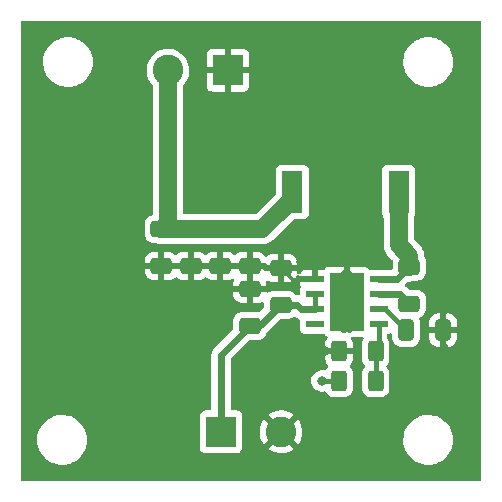
<source format=gbr>
%TF.GenerationSoftware,KiCad,Pcbnew,(5.99.0-10209-gdc0cf3b802)*%
%TF.CreationDate,2021-04-10T19:11:07+02:00*%
%TF.ProjectId,BUCK_LMR33630,4255434b-5f4c-44d5-9233-333633302e6b,rev?*%
%TF.SameCoordinates,Original*%
%TF.FileFunction,Copper,L1,Top*%
%TF.FilePolarity,Positive*%
%FSLAX46Y46*%
G04 Gerber Fmt 4.6, Leading zero omitted, Abs format (unit mm)*
G04 Created by KiCad (PCBNEW (5.99.0-10209-gdc0cf3b802)) date 2021-04-10 19:11:07*
%MOMM*%
%LPD*%
G01*
G04 APERTURE LIST*
G04 Aperture macros list*
%AMRoundRect*
0 Rectangle with rounded corners*
0 $1 Rounding radius*
0 $2 $3 $4 $5 $6 $7 $8 $9 X,Y pos of 4 corners*
0 Add a 4 corners polygon primitive as box body*
4,1,4,$2,$3,$4,$5,$6,$7,$8,$9,$2,$3,0*
0 Add four circle primitives for the rounded corners*
1,1,$1+$1,$2,$3*
1,1,$1+$1,$4,$5*
1,1,$1+$1,$6,$7*
1,1,$1+$1,$8,$9*
0 Add four rect primitives between the rounded corners*
20,1,$1+$1,$2,$3,$4,$5,0*
20,1,$1+$1,$4,$5,$6,$7,0*
20,1,$1+$1,$6,$7,$8,$9,0*
20,1,$1+$1,$8,$9,$2,$3,0*%
G04 Aperture macros list end*
%TA.AperFunction,SMDPad,CuDef*%
%ADD10RoundRect,0.250000X-0.650000X0.412500X-0.650000X-0.412500X0.650000X-0.412500X0.650000X0.412500X0*%
%TD*%
%TA.AperFunction,SMDPad,CuDef*%
%ADD11RoundRect,0.250000X0.400000X0.625000X-0.400000X0.625000X-0.400000X-0.625000X0.400000X-0.625000X0*%
%TD*%
%TA.AperFunction,SMDPad,CuDef*%
%ADD12RoundRect,0.250000X0.650000X-0.412500X0.650000X0.412500X-0.650000X0.412500X-0.650000X-0.412500X0*%
%TD*%
%TA.AperFunction,SMDPad,CuDef*%
%ADD13RoundRect,0.250000X-0.412500X-0.650000X0.412500X-0.650000X0.412500X0.650000X-0.412500X0.650000X0*%
%TD*%
%TA.AperFunction,ComponentPad*%
%ADD14R,2.600000X2.600000*%
%TD*%
%TA.AperFunction,ComponentPad*%
%ADD15C,2.600000*%
%TD*%
%TA.AperFunction,SMDPad,CuDef*%
%ADD16R,1.550000X0.600000*%
%TD*%
%TA.AperFunction,ComponentPad*%
%ADD17C,0.600000*%
%TD*%
%TA.AperFunction,SMDPad,CuDef*%
%ADD18R,2.950000X4.900000*%
%TD*%
%TA.AperFunction,SMDPad,CuDef*%
%ADD19R,1.800000X3.600000*%
%TD*%
%TA.AperFunction,SMDPad,CuDef*%
%ADD20RoundRect,0.250000X-0.400000X-0.625000X0.400000X-0.625000X0.400000X0.625000X-0.400000X0.625000X0*%
%TD*%
%TA.AperFunction,ViaPad*%
%ADD21C,0.800000*%
%TD*%
%TA.AperFunction,Conductor*%
%ADD22C,1.500000*%
%TD*%
%TA.AperFunction,Conductor*%
%ADD23C,0.600000*%
%TD*%
%TA.AperFunction,Conductor*%
%ADD24C,0.400000*%
%TD*%
%TA.AperFunction,Conductor*%
%ADD25C,0.250000*%
%TD*%
G04 APERTURE END LIST*
D10*
%TO.P,C7,1*%
%TO.N,VOUT*%
X117400000Y-78157500D03*
%TO.P,C7,2*%
%TO.N,GND*%
X117400000Y-81282500D03*
%TD*%
%TO.P,C8,1*%
%TO.N,VOUT*%
X119900000Y-78157500D03*
%TO.P,C8,2*%
%TO.N,GND*%
X119900000Y-81282500D03*
%TD*%
%TO.P,C4,1*%
%TO.N,Net-(C4-Pad1)*%
X133400000Y-81337500D03*
%TO.P,C4,2*%
%TO.N,Net-(C4-Pad2)*%
X133400000Y-84462500D03*
%TD*%
D11*
%TO.P,R2,1*%
%TO.N,Net-(R1-Pad2)*%
X130550000Y-88500000D03*
%TO.P,R2,2*%
%TO.N,GND*%
X127450000Y-88500000D03*
%TD*%
D12*
%TO.P,C1,1*%
%TO.N,VIN*%
X119900000Y-86362500D03*
%TO.P,C1,2*%
%TO.N,GND*%
X119900000Y-83237500D03*
%TD*%
D13*
%TO.P,C3,1*%
%TO.N,Net-(C3-Pad1)*%
X133137500Y-86700000D03*
%TO.P,C3,2*%
%TO.N,GND*%
X136262500Y-86700000D03*
%TD*%
D14*
%TO.P,J2,1,Pin_1*%
%TO.N,GND*%
X118045000Y-64695000D03*
D15*
%TO.P,J2,2,Pin_2*%
%TO.N,VOUT*%
X112965000Y-64695000D03*
%TD*%
D10*
%TO.P,C5,1*%
%TO.N,VOUT*%
X112400000Y-78157500D03*
%TO.P,C5,2*%
%TO.N,GND*%
X112400000Y-81282500D03*
%TD*%
D16*
%TO.P,U1,1,PGND*%
%TO.N,GND*%
X125400000Y-82395000D03*
%TO.P,U1,2,VIN*%
%TO.N,VIN*%
X125400000Y-83665000D03*
%TO.P,U1,3,EN*%
X125400000Y-84935000D03*
%TO.P,U1,4,PG*%
%TO.N,unconnected-(U1-Pad4)*%
X125400000Y-86205000D03*
%TO.P,U1,5,FB*%
%TO.N,Net-(R1-Pad2)*%
X130800000Y-86205000D03*
%TO.P,U1,6,VCC*%
%TO.N,Net-(C3-Pad1)*%
X130800000Y-84935000D03*
%TO.P,U1,7,BOOT*%
%TO.N,Net-(C4-Pad2)*%
X130800000Y-83665000D03*
%TO.P,U1,8,SW*%
%TO.N,Net-(C4-Pad1)*%
X130800000Y-82395000D03*
D17*
%TO.P,U1,9,AGND*%
%TO.N,GND*%
X128750000Y-84950000D03*
X127450000Y-86250000D03*
X127450000Y-83650000D03*
X127450000Y-84950000D03*
D18*
X128100000Y-84300000D03*
D17*
X127450000Y-82350000D03*
X128750000Y-86250000D03*
X128750000Y-83650000D03*
X128750000Y-82350000D03*
%TD*%
D19*
%TO.P,L1,1,1*%
%TO.N,Net-(C4-Pad1)*%
X132500000Y-75000000D03*
%TO.P,L1,2,2*%
%TO.N,VOUT*%
X123500000Y-75000000D03*
%TD*%
D10*
%TO.P,C6,1*%
%TO.N,VOUT*%
X114900000Y-78157500D03*
%TO.P,C6,2*%
%TO.N,GND*%
X114900000Y-81282500D03*
%TD*%
D12*
%TO.P,C2,1*%
%TO.N,VIN*%
X122500000Y-84562500D03*
%TO.P,C2,2*%
%TO.N,GND*%
X122500000Y-81437500D03*
%TD*%
D20*
%TO.P,R1,1*%
%TO.N,VOUT*%
X127450000Y-91000000D03*
%TO.P,R1,2*%
%TO.N,Net-(R1-Pad2)*%
X130550000Y-91000000D03*
%TD*%
D14*
%TO.P,J1,1,Pin_1*%
%TO.N,VIN*%
X117455000Y-95305000D03*
D15*
%TO.P,J1,2,Pin_2*%
%TO.N,GND*%
X122535000Y-95305000D03*
%TD*%
D21*
%TO.N,GND*%
X121000000Y-88200000D03*
X114900000Y-82800000D03*
X136300000Y-88200000D03*
X123500000Y-86600000D03*
X137800000Y-86700000D03*
X116100000Y-76200000D03*
X117400000Y-82900000D03*
X124000000Y-91100000D03*
X112400000Y-82900000D03*
X119800000Y-76200000D03*
X124200000Y-80900000D03*
X110500000Y-76300000D03*
X136300000Y-85000000D03*
X126300000Y-88500000D03*
%TO.N,VOUT*%
X126000000Y-91000000D03*
X122000000Y-77000000D03*
%TD*%
D22*
%TO.N,Net-(C4-Pad1)*%
X132500000Y-79500000D02*
X133400000Y-80400000D01*
X132500000Y-75000000D02*
X132500000Y-79500000D01*
X133400000Y-80400000D02*
X133400000Y-81337500D01*
D23*
%TO.N,Net-(C4-Pad2)*%
X132602500Y-83665000D02*
X133400000Y-84462500D01*
X130800000Y-83665000D02*
X132602500Y-83665000D01*
%TO.N,Net-(C4-Pad1)*%
X130800000Y-82395000D02*
X132342500Y-82395000D01*
X132342500Y-82395000D02*
X133400000Y-81337500D01*
D24*
%TO.N,Net-(C3-Pad1)*%
X130800000Y-84935000D02*
X131372500Y-84935000D01*
X131372500Y-84935000D02*
X133137500Y-86700000D01*
D22*
%TO.N,VOUT*%
X123500000Y-75620000D02*
X122365000Y-76755000D01*
X120962500Y-78157500D02*
X119900000Y-78157500D01*
X123500000Y-75000000D02*
X123500000Y-75620000D01*
X123500000Y-75620000D02*
X120962500Y-78157500D01*
D25*
%TO.N,GND*%
X123457500Y-82395000D02*
X122500000Y-81437500D01*
X119900000Y-81282500D02*
X119900000Y-83237500D01*
X122345000Y-81282500D02*
X122500000Y-81437500D01*
X125400000Y-82395000D02*
X123457500Y-82395000D01*
X112400000Y-81282500D02*
X122345000Y-81282500D01*
D24*
X127450000Y-88500000D02*
X126300000Y-88500000D01*
%TO.N,Net-(R1-Pad2)*%
X130800000Y-86205000D02*
X130800000Y-87750000D01*
X130550000Y-88500000D02*
X130550000Y-91000000D01*
D23*
%TO.N,VIN*%
X122500000Y-84562500D02*
X123862500Y-84562500D01*
X119900000Y-86362500D02*
X120700000Y-86362500D01*
X117455000Y-88807500D02*
X119900000Y-86362500D01*
X123862500Y-84562500D02*
X124235000Y-84935000D01*
X117455000Y-95305000D02*
X117455000Y-88807500D01*
X120700000Y-86362500D02*
X122500000Y-84562500D01*
D24*
X125400000Y-83665000D02*
X125400000Y-84935000D01*
D23*
X124235000Y-84935000D02*
X125400000Y-84935000D01*
D22*
%TO.N,VOUT*%
X119900000Y-78157500D02*
X113457500Y-78157500D01*
X112965000Y-77665000D02*
X113457500Y-78157500D01*
X113457500Y-78157500D02*
X112400000Y-78157500D01*
D24*
X127450000Y-91000000D02*
X126000000Y-91000000D01*
D22*
X112965000Y-64695000D02*
X112965000Y-77665000D01*
%TD*%
%TA.AperFunction,Conductor*%
%TO.N,GND*%
G36*
X139434121Y-60528002D02*
G01*
X139480614Y-60581658D01*
X139492000Y-60634000D01*
X139492000Y-99366000D01*
X139471998Y-99434121D01*
X139418342Y-99480614D01*
X139366000Y-99492000D01*
X100634000Y-99492000D01*
X100565879Y-99471998D01*
X100519386Y-99418342D01*
X100508000Y-99366000D01*
X100508000Y-95977868D01*
X101886616Y-95977868D01*
X101903166Y-96264892D01*
X101903991Y-96269097D01*
X101903992Y-96269105D01*
X101906692Y-96282866D01*
X101958516Y-96547014D01*
X101959903Y-96551065D01*
X102034426Y-96768729D01*
X102051642Y-96819014D01*
X102053568Y-96822843D01*
X102176480Y-97067225D01*
X102180822Y-97075859D01*
X102343664Y-97312796D01*
X102537155Y-97525440D01*
X102757716Y-97709857D01*
X102761357Y-97712141D01*
X102997624Y-97860352D01*
X102997628Y-97860354D01*
X103001264Y-97862635D01*
X103263293Y-97980945D01*
X103267412Y-97982165D01*
X103534841Y-98061382D01*
X103534846Y-98061383D01*
X103538954Y-98062600D01*
X103543188Y-98063248D01*
X103543193Y-98063249D01*
X103796037Y-98101940D01*
X103823147Y-98106088D01*
X103969498Y-98108387D01*
X104106321Y-98110537D01*
X104106327Y-98110537D01*
X104110612Y-98110604D01*
X104114864Y-98110089D01*
X104114872Y-98110089D01*
X104336529Y-98083265D01*
X104396030Y-98076064D01*
X104400179Y-98074976D01*
X104400182Y-98074975D01*
X104669970Y-98004198D01*
X104674121Y-98003109D01*
X104939736Y-97893087D01*
X104988827Y-97864401D01*
X105184255Y-97750202D01*
X105184257Y-97750200D01*
X105187963Y-97748035D01*
X105414208Y-97570637D01*
X105614283Y-97364175D01*
X105616816Y-97360727D01*
X105616820Y-97360722D01*
X105781949Y-97135925D01*
X105784487Y-97132470D01*
X105792419Y-97117861D01*
X105919621Y-96883585D01*
X105919622Y-96883583D01*
X105921671Y-96879809D01*
X105995449Y-96684562D01*
X106021777Y-96614887D01*
X106021778Y-96614883D01*
X106023295Y-96610869D01*
X106075632Y-96382350D01*
X106086521Y-96334808D01*
X106086522Y-96334804D01*
X106087479Y-96330624D01*
X106091742Y-96282866D01*
X106112816Y-96046728D01*
X106112816Y-96046726D01*
X106113036Y-96044262D01*
X106113500Y-96000000D01*
X106108684Y-95929351D01*
X106094238Y-95717442D01*
X106094237Y-95717436D01*
X106093946Y-95713165D01*
X106089409Y-95691254D01*
X106056125Y-95530537D01*
X106035644Y-95431638D01*
X105939674Y-95160628D01*
X105807812Y-94905150D01*
X105642498Y-94669931D01*
X105639573Y-94666783D01*
X105449711Y-94462468D01*
X105449708Y-94462466D01*
X105446790Y-94459325D01*
X105443474Y-94456611D01*
X105443471Y-94456608D01*
X105227629Y-94279942D01*
X105227622Y-94279937D01*
X105224311Y-94277227D01*
X104979176Y-94127009D01*
X104975240Y-94125281D01*
X104719851Y-94013172D01*
X104719847Y-94013171D01*
X104715923Y-94011448D01*
X104693287Y-94005000D01*
X115641500Y-94005000D01*
X115641500Y-96605000D01*
X115646727Y-96678079D01*
X115687904Y-96818316D01*
X115692775Y-96825895D01*
X115762051Y-96933691D01*
X115762053Y-96933694D01*
X115766923Y-96941271D01*
X115773733Y-96947172D01*
X115870569Y-97031082D01*
X115870572Y-97031084D01*
X115877381Y-97036984D01*
X115885579Y-97040728D01*
X115985703Y-97086453D01*
X116010330Y-97097700D01*
X116019245Y-97098982D01*
X116019246Y-97098982D01*
X116150552Y-97117861D01*
X116150559Y-97117862D01*
X116155000Y-97118500D01*
X118755000Y-97118500D01*
X118828079Y-97113273D01*
X118919420Y-97086453D01*
X118959670Y-97074635D01*
X118959672Y-97074634D01*
X118968316Y-97072096D01*
X119032135Y-97031082D01*
X119083691Y-96997949D01*
X119083694Y-96997947D01*
X119091271Y-96993077D01*
X119097172Y-96986267D01*
X119181082Y-96889431D01*
X119181084Y-96889428D01*
X119186984Y-96882619D01*
X119204305Y-96844692D01*
X119243958Y-96757864D01*
X119243958Y-96757863D01*
X119247615Y-96749856D01*
X121454889Y-96749856D01*
X121463603Y-96761376D01*
X121570482Y-96839744D01*
X121578401Y-96844692D01*
X121807918Y-96965447D01*
X121816492Y-96969175D01*
X122061345Y-97054682D01*
X122070354Y-97057096D01*
X122325174Y-97105475D01*
X122334431Y-97106529D01*
X122593605Y-97116713D01*
X122602918Y-97116387D01*
X122860752Y-97088149D01*
X122869906Y-97086453D01*
X123120732Y-97020416D01*
X123129552Y-97017379D01*
X123367856Y-96914996D01*
X123376128Y-96910689D01*
X123596678Y-96774209D01*
X123604222Y-96768729D01*
X123609511Y-96764251D01*
X123617948Y-96751450D01*
X123611883Y-96741093D01*
X122547812Y-95677022D01*
X122533868Y-95669408D01*
X122532035Y-95669539D01*
X122525420Y-95673790D01*
X121461547Y-96737663D01*
X121454889Y-96749856D01*
X119247615Y-96749856D01*
X119247700Y-96749670D01*
X119258962Y-96671340D01*
X119267861Y-96609448D01*
X119267862Y-96609441D01*
X119268500Y-96605000D01*
X119268500Y-95262212D01*
X120722845Y-95262212D01*
X120735290Y-95521277D01*
X120736427Y-95530537D01*
X120787025Y-95784915D01*
X120789519Y-95793908D01*
X120877159Y-96038005D01*
X120880959Y-96046540D01*
X121003717Y-96275004D01*
X121008725Y-96282866D01*
X121078770Y-96376666D01*
X121090029Y-96385115D01*
X121102447Y-96378343D01*
X122162978Y-95317812D01*
X122169356Y-95306132D01*
X122899408Y-95306132D01*
X122899539Y-95307965D01*
X122903790Y-95314580D01*
X123971044Y-96381834D01*
X123983424Y-96388594D01*
X123991765Y-96382350D01*
X124125767Y-96174020D01*
X124130213Y-96165830D01*
X124214884Y-95977868D01*
X132886616Y-95977868D01*
X132903166Y-96264892D01*
X132903991Y-96269097D01*
X132903992Y-96269105D01*
X132906692Y-96282866D01*
X132958516Y-96547014D01*
X132959903Y-96551065D01*
X133034426Y-96768729D01*
X133051642Y-96819014D01*
X133053568Y-96822843D01*
X133176480Y-97067225D01*
X133180822Y-97075859D01*
X133343664Y-97312796D01*
X133537155Y-97525440D01*
X133757716Y-97709857D01*
X133761357Y-97712141D01*
X133997624Y-97860352D01*
X133997628Y-97860354D01*
X134001264Y-97862635D01*
X134263293Y-97980945D01*
X134267412Y-97982165D01*
X134534841Y-98061382D01*
X134534846Y-98061383D01*
X134538954Y-98062600D01*
X134543188Y-98063248D01*
X134543193Y-98063249D01*
X134796037Y-98101940D01*
X134823147Y-98106088D01*
X134969498Y-98108387D01*
X135106321Y-98110537D01*
X135106327Y-98110537D01*
X135110612Y-98110604D01*
X135114864Y-98110089D01*
X135114872Y-98110089D01*
X135336529Y-98083265D01*
X135396030Y-98076064D01*
X135400179Y-98074976D01*
X135400182Y-98074975D01*
X135669970Y-98004198D01*
X135674121Y-98003109D01*
X135939736Y-97893087D01*
X135988827Y-97864401D01*
X136184255Y-97750202D01*
X136184257Y-97750200D01*
X136187963Y-97748035D01*
X136414208Y-97570637D01*
X136614283Y-97364175D01*
X136616816Y-97360727D01*
X136616820Y-97360722D01*
X136781949Y-97135925D01*
X136784487Y-97132470D01*
X136792419Y-97117861D01*
X136919621Y-96883585D01*
X136919622Y-96883583D01*
X136921671Y-96879809D01*
X136995449Y-96684562D01*
X137021777Y-96614887D01*
X137021778Y-96614883D01*
X137023295Y-96610869D01*
X137075632Y-96382350D01*
X137086521Y-96334808D01*
X137086522Y-96334804D01*
X137087479Y-96330624D01*
X137091742Y-96282866D01*
X137112816Y-96046728D01*
X137112816Y-96046726D01*
X137113036Y-96044262D01*
X137113500Y-96000000D01*
X137108684Y-95929351D01*
X137094238Y-95717442D01*
X137094237Y-95717436D01*
X137093946Y-95713165D01*
X137089409Y-95691254D01*
X137056125Y-95530537D01*
X137035644Y-95431638D01*
X136939674Y-95160628D01*
X136807812Y-94905150D01*
X136642498Y-94669931D01*
X136639573Y-94666783D01*
X136449711Y-94462468D01*
X136449708Y-94462466D01*
X136446790Y-94459325D01*
X136443474Y-94456611D01*
X136443471Y-94456608D01*
X136227629Y-94279942D01*
X136227622Y-94279937D01*
X136224311Y-94277227D01*
X135979176Y-94127009D01*
X135975240Y-94125281D01*
X135719851Y-94013172D01*
X135719847Y-94013171D01*
X135715923Y-94011448D01*
X135439421Y-93932685D01*
X135228794Y-93902708D01*
X135159041Y-93892781D01*
X135159039Y-93892781D01*
X135154789Y-93892176D01*
X135003976Y-93891387D01*
X134871579Y-93890693D01*
X134871573Y-93890693D01*
X134867292Y-93890671D01*
X134863048Y-93891230D01*
X134863044Y-93891230D01*
X134737864Y-93907710D01*
X134582251Y-93928197D01*
X134578111Y-93929330D01*
X134578109Y-93929330D01*
X134309732Y-94002750D01*
X134304940Y-94004061D01*
X134283580Y-94013172D01*
X134044433Y-94115176D01*
X134044426Y-94115180D01*
X134040491Y-94116858D01*
X134036810Y-94119061D01*
X133797479Y-94262297D01*
X133797475Y-94262300D01*
X133793797Y-94264501D01*
X133790454Y-94267179D01*
X133790450Y-94267182D01*
X133755427Y-94295241D01*
X133569423Y-94444259D01*
X133566479Y-94447361D01*
X133566475Y-94447365D01*
X133489161Y-94528837D01*
X133371520Y-94652804D01*
X133203752Y-94886279D01*
X133069222Y-95140362D01*
X132970419Y-95410352D01*
X132909173Y-95691254D01*
X132886616Y-95977868D01*
X124214884Y-95977868D01*
X124236740Y-95929351D01*
X124239935Y-95920574D01*
X124310334Y-95670953D01*
X124312192Y-95661823D01*
X124345117Y-95403015D01*
X124345598Y-95396729D01*
X124347917Y-95308160D01*
X124347766Y-95301851D01*
X124328432Y-95041674D01*
X124327055Y-95032468D01*
X124269812Y-94779487D01*
X124267088Y-94770576D01*
X124173080Y-94528837D01*
X124169069Y-94520427D01*
X124040364Y-94295241D01*
X124035153Y-94287515D01*
X123991946Y-94232707D01*
X123980020Y-94224236D01*
X123968488Y-94230722D01*
X122907022Y-95292188D01*
X122899408Y-95306132D01*
X122169356Y-95306132D01*
X122170592Y-95303868D01*
X122170461Y-95302035D01*
X122166210Y-95295420D01*
X121100866Y-94230076D01*
X121087558Y-94222809D01*
X121077519Y-94229931D01*
X121061998Y-94248593D01*
X121056587Y-94256177D01*
X120922027Y-94477924D01*
X120917798Y-94486224D01*
X120817498Y-94725412D01*
X120814537Y-94734262D01*
X120750697Y-94985637D01*
X120749075Y-94994834D01*
X120723090Y-95252887D01*
X120722845Y-95262212D01*
X119268500Y-95262212D01*
X119268500Y-94005000D01*
X119263273Y-93931921D01*
X119241491Y-93857739D01*
X121452154Y-93857739D01*
X121456729Y-93867519D01*
X122522188Y-94932978D01*
X122536132Y-94940592D01*
X122537965Y-94940461D01*
X122544580Y-94936210D01*
X123609299Y-93871491D01*
X123615683Y-93859801D01*
X123606272Y-93847691D01*
X123459003Y-93745527D01*
X123450976Y-93740799D01*
X123218350Y-93626081D01*
X123209717Y-93622593D01*
X122962681Y-93543516D01*
X122953630Y-93541343D01*
X122697625Y-93499650D01*
X122688336Y-93498838D01*
X122428996Y-93495443D01*
X122419684Y-93496013D01*
X122162696Y-93530987D01*
X122153560Y-93532928D01*
X121904567Y-93605504D01*
X121895824Y-93608772D01*
X121660286Y-93717357D01*
X121652131Y-93721877D01*
X121461290Y-93846999D01*
X121452154Y-93857739D01*
X119241491Y-93857739D01*
X119222096Y-93791684D01*
X119197574Y-93753528D01*
X119147949Y-93676309D01*
X119147947Y-93676306D01*
X119143077Y-93668729D01*
X119093859Y-93626081D01*
X119039431Y-93578918D01*
X119039428Y-93578916D01*
X119032619Y-93573016D01*
X118899670Y-93512300D01*
X118890755Y-93511018D01*
X118890754Y-93511018D01*
X118759448Y-93492139D01*
X118759441Y-93492138D01*
X118755000Y-93491500D01*
X118389500Y-93491500D01*
X118321379Y-93471498D01*
X118274886Y-93417842D01*
X118263500Y-93365500D01*
X118263500Y-91000000D01*
X125086500Y-91000000D01*
X125106462Y-91189927D01*
X125165476Y-91371554D01*
X125260963Y-91536942D01*
X125388749Y-91678863D01*
X125394091Y-91682744D01*
X125394093Y-91682746D01*
X125500706Y-91760204D01*
X125543250Y-91791114D01*
X125549278Y-91793798D01*
X125549280Y-91793799D01*
X125711682Y-91866105D01*
X125717713Y-91868790D01*
X125804470Y-91887231D01*
X125898056Y-91907124D01*
X125898061Y-91907124D01*
X125904513Y-91908496D01*
X126095487Y-91908496D01*
X126101942Y-91907124D01*
X126101951Y-91907123D01*
X126220941Y-91881830D01*
X126291732Y-91887231D01*
X126348365Y-91930047D01*
X126361060Y-91953676D01*
X126361537Y-91953437D01*
X126364816Y-91959984D01*
X126367313Y-91966864D01*
X126464269Y-92114747D01*
X126592645Y-92236358D01*
X126745555Y-92325175D01*
X126914796Y-92376433D01*
X126921236Y-92377008D01*
X126921237Y-92377008D01*
X126991185Y-92383251D01*
X126991191Y-92383251D01*
X126993978Y-92383500D01*
X127892886Y-92383500D01*
X127988106Y-92372398D01*
X128018371Y-92368870D01*
X128018372Y-92368870D01*
X128025643Y-92368022D01*
X128032521Y-92365526D01*
X128032523Y-92365525D01*
X128184985Y-92310184D01*
X128191864Y-92307687D01*
X128339747Y-92210731D01*
X128461358Y-92082355D01*
X128550175Y-91929445D01*
X128601433Y-91760204D01*
X128608500Y-91681022D01*
X128608500Y-90332114D01*
X128597015Y-90233605D01*
X128593870Y-90206629D01*
X128593870Y-90206628D01*
X128593022Y-90199357D01*
X128554372Y-90092876D01*
X128535184Y-90040015D01*
X128532687Y-90033136D01*
X128435731Y-89885253D01*
X128389122Y-89841100D01*
X128353424Y-89779731D01*
X128356571Y-89708804D01*
X128384303Y-89662974D01*
X128455919Y-89587376D01*
X128464635Y-89575724D01*
X128546043Y-89435571D01*
X128551837Y-89422246D01*
X128599068Y-89266300D01*
X128601516Y-89253677D01*
X128607751Y-89183816D01*
X128608000Y-89178221D01*
X128608000Y-88772115D01*
X128603525Y-88756876D01*
X128602135Y-88755671D01*
X128594452Y-88754000D01*
X126310115Y-88754000D01*
X126294876Y-88758475D01*
X126293671Y-88759865D01*
X126292000Y-88767548D01*
X126292000Y-89164223D01*
X126292424Y-89171524D01*
X126306617Y-89293255D01*
X126309963Y-89307410D01*
X126365263Y-89459761D01*
X126371773Y-89472760D01*
X126460641Y-89608306D01*
X126469965Y-89619458D01*
X126510859Y-89658197D01*
X126546557Y-89719566D01*
X126543410Y-89790493D01*
X126515680Y-89836322D01*
X126438642Y-89917645D01*
X126371560Y-90033136D01*
X126356897Y-90058380D01*
X126305386Y-90107238D01*
X126235637Y-90120492D01*
X126221746Y-90118341D01*
X126101944Y-90092876D01*
X126101939Y-90092876D01*
X126095487Y-90091504D01*
X125904513Y-90091504D01*
X125898061Y-90092876D01*
X125898056Y-90092876D01*
X125830491Y-90107238D01*
X125717713Y-90131210D01*
X125711683Y-90133895D01*
X125711682Y-90133895D01*
X125549280Y-90206201D01*
X125549278Y-90206202D01*
X125543250Y-90208886D01*
X125537909Y-90212766D01*
X125537908Y-90212767D01*
X125394093Y-90317254D01*
X125394091Y-90317256D01*
X125388749Y-90321137D01*
X125260963Y-90463058D01*
X125165476Y-90628446D01*
X125106462Y-90810073D01*
X125086500Y-91000000D01*
X118263500Y-91000000D01*
X118263500Y-89194582D01*
X118283502Y-89126461D01*
X118300405Y-89105487D01*
X119835487Y-87570405D01*
X119897799Y-87536379D01*
X119924582Y-87533500D01*
X120592886Y-87533500D01*
X120688106Y-87522398D01*
X120718371Y-87518870D01*
X120718372Y-87518870D01*
X120725643Y-87518022D01*
X120732521Y-87515526D01*
X120732523Y-87515525D01*
X120884985Y-87460184D01*
X120891864Y-87457687D01*
X121039747Y-87360731D01*
X121161358Y-87232355D01*
X121250175Y-87079445D01*
X121294647Y-86932608D01*
X121324635Y-86882751D01*
X121324573Y-86882702D01*
X121324935Y-86882251D01*
X121326454Y-86879727D01*
X121333991Y-86872242D01*
X121334461Y-86871501D01*
X121335073Y-86870819D01*
X122435487Y-85770405D01*
X122497799Y-85736379D01*
X122524582Y-85733500D01*
X123192886Y-85733500D01*
X123288106Y-85722398D01*
X123318371Y-85718870D01*
X123318372Y-85718870D01*
X123325643Y-85718022D01*
X123332521Y-85715526D01*
X123332523Y-85715525D01*
X123484985Y-85660184D01*
X123491864Y-85657687D01*
X123607848Y-85581645D01*
X123675782Y-85561022D01*
X123745186Y-85581105D01*
X123757287Y-85588904D01*
X123767617Y-85596326D01*
X123801506Y-85623379D01*
X123831689Y-85637970D01*
X123845103Y-85645498D01*
X123867363Y-85659843D01*
X123873289Y-85663662D01*
X123879908Y-85666071D01*
X123879910Y-85666072D01*
X123896358Y-85672058D01*
X123914021Y-85678487D01*
X123925760Y-85683445D01*
X123935045Y-85687934D01*
X123958442Y-85699245D01*
X123958445Y-85699246D01*
X123964787Y-85702312D01*
X123997469Y-85709857D01*
X124012206Y-85714223D01*
X124036438Y-85723043D01*
X124093609Y-85765138D01*
X124118946Y-85831460D01*
X124118059Y-85859376D01*
X124112140Y-85900541D01*
X124112139Y-85900556D01*
X124111500Y-85905000D01*
X124111500Y-86505000D01*
X124116727Y-86578079D01*
X124157904Y-86718316D01*
X124162775Y-86725895D01*
X124232051Y-86833691D01*
X124232053Y-86833694D01*
X124236923Y-86841271D01*
X124243733Y-86847172D01*
X124340569Y-86931082D01*
X124340572Y-86931084D01*
X124347381Y-86936984D01*
X124355579Y-86940728D01*
X124463796Y-86990149D01*
X124480330Y-86997700D01*
X124489245Y-86998982D01*
X124489246Y-86998982D01*
X124620552Y-87017861D01*
X124620559Y-87017862D01*
X124625000Y-87018500D01*
X126125156Y-87018500D01*
X126193277Y-87038502D01*
X126226420Y-87071646D01*
X126226528Y-87071553D01*
X126227832Y-87073058D01*
X126231156Y-87076382D01*
X126232430Y-87078364D01*
X126244112Y-87091847D01*
X126340840Y-87175662D01*
X126355848Y-87185307D01*
X126407349Y-87208826D01*
X126461005Y-87255319D01*
X126481007Y-87323440D01*
X126461005Y-87391561D01*
X126446481Y-87410091D01*
X126444082Y-87412624D01*
X126435365Y-87424276D01*
X126353957Y-87564429D01*
X126348163Y-87577754D01*
X126300932Y-87733700D01*
X126298484Y-87746323D01*
X126292249Y-87816184D01*
X126292000Y-87821779D01*
X126292000Y-88227885D01*
X126296475Y-88243124D01*
X126297865Y-88244329D01*
X126305548Y-88246000D01*
X128589885Y-88246000D01*
X128605124Y-88241525D01*
X128606329Y-88240135D01*
X128608000Y-88232452D01*
X128608000Y-87835777D01*
X128607576Y-87828476D01*
X128593383Y-87706745D01*
X128590037Y-87692590D01*
X128534737Y-87540239D01*
X128528228Y-87527240D01*
X128482887Y-87458085D01*
X128462264Y-87390150D01*
X128481644Y-87321850D01*
X128534873Y-87274869D01*
X128588259Y-87263000D01*
X129409568Y-87263000D01*
X129477689Y-87283002D01*
X129524182Y-87336658D01*
X129534286Y-87406932D01*
X129518524Y-87452282D01*
X129449825Y-87570555D01*
X129398567Y-87739796D01*
X129397992Y-87746236D01*
X129397992Y-87746237D01*
X129392090Y-87812371D01*
X129391500Y-87818978D01*
X129391500Y-89167886D01*
X129401502Y-89253677D01*
X129406117Y-89293255D01*
X129406978Y-89300643D01*
X129409474Y-89307521D01*
X129409475Y-89307523D01*
X129451187Y-89422437D01*
X129467313Y-89466864D01*
X129564269Y-89614747D01*
X129569581Y-89619779D01*
X129610517Y-89658558D01*
X129646215Y-89719927D01*
X129643068Y-89790854D01*
X129615338Y-89836683D01*
X129538642Y-89917645D01*
X129449825Y-90070555D01*
X129398567Y-90239796D01*
X129391500Y-90318978D01*
X129391500Y-91667886D01*
X129401512Y-91753763D01*
X129405415Y-91787233D01*
X129406978Y-91800643D01*
X129409474Y-91807521D01*
X129409475Y-91807523D01*
X129451187Y-91922437D01*
X129467313Y-91966864D01*
X129564269Y-92114747D01*
X129692645Y-92236358D01*
X129845555Y-92325175D01*
X130014796Y-92376433D01*
X130021236Y-92377008D01*
X130021237Y-92377008D01*
X130091185Y-92383251D01*
X130091191Y-92383251D01*
X130093978Y-92383500D01*
X130992886Y-92383500D01*
X131088106Y-92372398D01*
X131118371Y-92368870D01*
X131118372Y-92368870D01*
X131125643Y-92368022D01*
X131132521Y-92365526D01*
X131132523Y-92365525D01*
X131284985Y-92310184D01*
X131291864Y-92307687D01*
X131439747Y-92210731D01*
X131561358Y-92082355D01*
X131650175Y-91929445D01*
X131701433Y-91760204D01*
X131708500Y-91681022D01*
X131708500Y-90332114D01*
X131697015Y-90233605D01*
X131693870Y-90206629D01*
X131693870Y-90206628D01*
X131693022Y-90199357D01*
X131654372Y-90092876D01*
X131635184Y-90040015D01*
X131632687Y-90033136D01*
X131535731Y-89885253D01*
X131489483Y-89841442D01*
X131453785Y-89780073D01*
X131456932Y-89709146D01*
X131484663Y-89663316D01*
X131489171Y-89658558D01*
X131561358Y-89582355D01*
X131650175Y-89429445D01*
X131701433Y-89260204D01*
X131708500Y-89181022D01*
X131708500Y-87832114D01*
X131697015Y-87733605D01*
X131693870Y-87706629D01*
X131693870Y-87706628D01*
X131693022Y-87699357D01*
X131687806Y-87684985D01*
X131635184Y-87540015D01*
X131632687Y-87533136D01*
X131553676Y-87412624D01*
X131539743Y-87391372D01*
X131539742Y-87391371D01*
X131535731Y-87385253D01*
X131536069Y-87385032D01*
X131509486Y-87324004D01*
X131508500Y-87308271D01*
X131508500Y-87140566D01*
X131528502Y-87072445D01*
X131582158Y-87025952D01*
X131625511Y-87014887D01*
X131648079Y-87013273D01*
X131726833Y-86990149D01*
X131779670Y-86974635D01*
X131779672Y-86974634D01*
X131788316Y-86972096D01*
X131791043Y-86970343D01*
X131858433Y-86960655D01*
X131923014Y-86990149D01*
X131961397Y-87049875D01*
X131966500Y-87085372D01*
X131966500Y-87392886D01*
X131974346Y-87460184D01*
X131981117Y-87518255D01*
X131981978Y-87525643D01*
X131984474Y-87532521D01*
X131984475Y-87532523D01*
X132026187Y-87647437D01*
X132042313Y-87691864D01*
X132078018Y-87746323D01*
X132134265Y-87832114D01*
X132139269Y-87839747D01*
X132267645Y-87961358D01*
X132420555Y-88050175D01*
X132589796Y-88101433D01*
X132596236Y-88102008D01*
X132596237Y-88102008D01*
X132666185Y-88108251D01*
X132666191Y-88108251D01*
X132668978Y-88108500D01*
X133592886Y-88108500D01*
X133688106Y-88097398D01*
X133718371Y-88093870D01*
X133718372Y-88093870D01*
X133725643Y-88093022D01*
X133732521Y-88090526D01*
X133732523Y-88090525D01*
X133884985Y-88035184D01*
X133891864Y-88032687D01*
X134008337Y-87956324D01*
X134033628Y-87939743D01*
X134033629Y-87939742D01*
X134039747Y-87935731D01*
X134161358Y-87807355D01*
X134250175Y-87654445D01*
X134301433Y-87485204D01*
X134303666Y-87460184D01*
X134308251Y-87408815D01*
X134308251Y-87408809D01*
X134308500Y-87406022D01*
X134308500Y-86967548D01*
X135092000Y-86967548D01*
X135092000Y-87389223D01*
X135092424Y-87396524D01*
X135106617Y-87518255D01*
X135109963Y-87532410D01*
X135165263Y-87684761D01*
X135171773Y-87697760D01*
X135260641Y-87833306D01*
X135269965Y-87844458D01*
X135387629Y-87955922D01*
X135399276Y-87964635D01*
X135539429Y-88046043D01*
X135552754Y-88051837D01*
X135708700Y-88099068D01*
X135721323Y-88101516D01*
X135791184Y-88107751D01*
X135796779Y-88108000D01*
X135990385Y-88108000D01*
X136005624Y-88103525D01*
X136006829Y-88102135D01*
X136008500Y-88094452D01*
X136008500Y-86972115D01*
X136007159Y-86967548D01*
X136516500Y-86967548D01*
X136516500Y-88089885D01*
X136520975Y-88105124D01*
X136522365Y-88106329D01*
X136530048Y-88108000D01*
X136714223Y-88108000D01*
X136721524Y-88107576D01*
X136843255Y-88093383D01*
X136857410Y-88090037D01*
X137009761Y-88034737D01*
X137022760Y-88028227D01*
X137158306Y-87939359D01*
X137169458Y-87930035D01*
X137280922Y-87812371D01*
X137289635Y-87800724D01*
X137371043Y-87660571D01*
X137376837Y-87647246D01*
X137424068Y-87491300D01*
X137426516Y-87478677D01*
X137432751Y-87408816D01*
X137433000Y-87403221D01*
X137433000Y-86972115D01*
X137428525Y-86956876D01*
X137427135Y-86955671D01*
X137419452Y-86954000D01*
X136534615Y-86954000D01*
X136519376Y-86958475D01*
X136518171Y-86959865D01*
X136516500Y-86967548D01*
X136007159Y-86967548D01*
X136004025Y-86956876D01*
X136002635Y-86955671D01*
X135994952Y-86954000D01*
X135110115Y-86954000D01*
X135094876Y-86958475D01*
X135093671Y-86959865D01*
X135092000Y-86967548D01*
X134308500Y-86967548D01*
X134308500Y-86007114D01*
X134307295Y-85996779D01*
X135092000Y-85996779D01*
X135092000Y-86427885D01*
X135096475Y-86443124D01*
X135097865Y-86444329D01*
X135105548Y-86446000D01*
X135990385Y-86446000D01*
X136005624Y-86441525D01*
X136006829Y-86440135D01*
X136008500Y-86432452D01*
X136008500Y-85310115D01*
X136007159Y-85305548D01*
X136516500Y-85305548D01*
X136516500Y-86427885D01*
X136520975Y-86443124D01*
X136522365Y-86444329D01*
X136530048Y-86446000D01*
X137414885Y-86446000D01*
X137430124Y-86441525D01*
X137431329Y-86440135D01*
X137433000Y-86432452D01*
X137433000Y-86010777D01*
X137432576Y-86003476D01*
X137418383Y-85881745D01*
X137415037Y-85867590D01*
X137359737Y-85715239D01*
X137353227Y-85702240D01*
X137264359Y-85566694D01*
X137255035Y-85555542D01*
X137137371Y-85444078D01*
X137125724Y-85435365D01*
X136985571Y-85353957D01*
X136972246Y-85348163D01*
X136816300Y-85300932D01*
X136803677Y-85298484D01*
X136733816Y-85292249D01*
X136728221Y-85292000D01*
X136534615Y-85292000D01*
X136519376Y-85296475D01*
X136518171Y-85297865D01*
X136516500Y-85305548D01*
X136007159Y-85305548D01*
X136004025Y-85294876D01*
X136002635Y-85293671D01*
X135994952Y-85292000D01*
X135810777Y-85292000D01*
X135803476Y-85292424D01*
X135681745Y-85306617D01*
X135667590Y-85309963D01*
X135515239Y-85365263D01*
X135502240Y-85371773D01*
X135366694Y-85460641D01*
X135355542Y-85469965D01*
X135244078Y-85587629D01*
X135235365Y-85599276D01*
X135153957Y-85739429D01*
X135148163Y-85752754D01*
X135100932Y-85908700D01*
X135098484Y-85921323D01*
X135092249Y-85991184D01*
X135092000Y-85996779D01*
X134307295Y-85996779D01*
X134294938Y-85890790D01*
X134293870Y-85881629D01*
X134293870Y-85881628D01*
X134293022Y-85874357D01*
X134245956Y-85744691D01*
X134241515Y-85673836D01*
X134276087Y-85611826D01*
X134321403Y-85583263D01*
X134384988Y-85560183D01*
X134384989Y-85560182D01*
X134391864Y-85557687D01*
X134539747Y-85460731D01*
X134661358Y-85332355D01*
X134750175Y-85179445D01*
X134801433Y-85010204D01*
X134805663Y-84962811D01*
X134808251Y-84933815D01*
X134808251Y-84933809D01*
X134808500Y-84931022D01*
X134808500Y-84007114D01*
X134793022Y-83874357D01*
X134782568Y-83845555D01*
X134735184Y-83715015D01*
X134732687Y-83708136D01*
X134635731Y-83560253D01*
X134507355Y-83438642D01*
X134354445Y-83349825D01*
X134185204Y-83298567D01*
X134178764Y-83297992D01*
X134178763Y-83297992D01*
X134108815Y-83291749D01*
X134108809Y-83291749D01*
X134106022Y-83291500D01*
X133424582Y-83291500D01*
X133356461Y-83271498D01*
X133335487Y-83254595D01*
X133172972Y-83092080D01*
X133172044Y-83091143D01*
X133121584Y-83039615D01*
X133121583Y-83039614D01*
X133116656Y-83034583D01*
X133083513Y-83013223D01*
X133037089Y-82959509D01*
X133027075Y-82889222D01*
X133056650Y-82824679D01*
X133062674Y-82818218D01*
X133249245Y-82631647D01*
X133311557Y-82597621D01*
X133345592Y-82594951D01*
X133390980Y-82597568D01*
X133434081Y-82600054D01*
X133434084Y-82600054D01*
X133439687Y-82600377D01*
X133662696Y-82573389D01*
X133668058Y-82571739D01*
X133668060Y-82571739D01*
X133826489Y-82523000D01*
X133855517Y-82514070D01*
X133892565Y-82508500D01*
X134092886Y-82508500D01*
X134188106Y-82497398D01*
X134218371Y-82493870D01*
X134218372Y-82493870D01*
X134225643Y-82493022D01*
X134232521Y-82490526D01*
X134232523Y-82490525D01*
X134384985Y-82435184D01*
X134391864Y-82432687D01*
X134539747Y-82335731D01*
X134661358Y-82207355D01*
X134750175Y-82054445D01*
X134801433Y-81885204D01*
X134803392Y-81863255D01*
X134808251Y-81808815D01*
X134808251Y-81808809D01*
X134808500Y-81806022D01*
X134808500Y-80882114D01*
X134793022Y-80749357D01*
X134771564Y-80690239D01*
X134735184Y-80590015D01*
X134732687Y-80583136D01*
X134725881Y-80572754D01*
X134698205Y-80530542D01*
X134682428Y-80506477D01*
X134661940Y-80443329D01*
X134661578Y-80435641D01*
X134658640Y-80373350D01*
X134658500Y-80367415D01*
X134658500Y-80343976D01*
X134658039Y-80338806D01*
X134656094Y-80317014D01*
X134655735Y-80311750D01*
X134652074Y-80234127D01*
X134651810Y-80228523D01*
X134648757Y-80215191D01*
X134647806Y-80211039D01*
X134645126Y-80194119D01*
X134644030Y-80181839D01*
X134644029Y-80181835D01*
X134643531Y-80176253D01*
X134634482Y-80143174D01*
X134621548Y-80095894D01*
X134620262Y-80090777D01*
X134602912Y-80015024D01*
X134601660Y-80009557D01*
X134594625Y-79993063D01*
X134588989Y-79976880D01*
X134585734Y-79964983D01*
X134584256Y-79959579D01*
X134562916Y-79914838D01*
X134548382Y-79884365D01*
X134546211Y-79879557D01*
X134515728Y-79808092D01*
X134513527Y-79802932D01*
X134503683Y-79787946D01*
X134495271Y-79773017D01*
X134487548Y-79756826D01*
X134438919Y-79689152D01*
X134435934Y-79684809D01*
X134392735Y-79619044D01*
X134392729Y-79619036D01*
X134390196Y-79615180D01*
X134371676Y-79594393D01*
X134363436Y-79584108D01*
X134362630Y-79582986D01*
X134356463Y-79574403D01*
X134352437Y-79570502D01*
X134352434Y-79570498D01*
X134283693Y-79503884D01*
X134282283Y-79502495D01*
X133795405Y-79015617D01*
X133761379Y-78953305D01*
X133758500Y-78926522D01*
X133758500Y-77209419D01*
X133778502Y-77141298D01*
X133789271Y-77126913D01*
X133831984Y-77077619D01*
X133837142Y-77066326D01*
X133888958Y-76952864D01*
X133888958Y-76952863D01*
X133892700Y-76944670D01*
X133903962Y-76866340D01*
X133912861Y-76804448D01*
X133912862Y-76804441D01*
X133913500Y-76800000D01*
X133913500Y-73200000D01*
X133908273Y-73126921D01*
X133867096Y-72986684D01*
X133821393Y-72915569D01*
X133792949Y-72871309D01*
X133792947Y-72871306D01*
X133788077Y-72863729D01*
X133781267Y-72857828D01*
X133684431Y-72773918D01*
X133684428Y-72773916D01*
X133677619Y-72768016D01*
X133544670Y-72707300D01*
X133535755Y-72706018D01*
X133535754Y-72706018D01*
X133404448Y-72687139D01*
X133404441Y-72687138D01*
X133400000Y-72686500D01*
X131600000Y-72686500D01*
X131526921Y-72691727D01*
X131473884Y-72707300D01*
X131395330Y-72730365D01*
X131395328Y-72730366D01*
X131386684Y-72732904D01*
X131379105Y-72737775D01*
X131271309Y-72807051D01*
X131271306Y-72807053D01*
X131263729Y-72811923D01*
X131257828Y-72818733D01*
X131173918Y-72915569D01*
X131173916Y-72915572D01*
X131168016Y-72922381D01*
X131107300Y-73055330D01*
X131106018Y-73064245D01*
X131106018Y-73064246D01*
X131087139Y-73195552D01*
X131087138Y-73195559D01*
X131086500Y-73200000D01*
X131086500Y-76800000D01*
X131091727Y-76873079D01*
X131132904Y-77013316D01*
X131211923Y-77136271D01*
X131212465Y-77136740D01*
X131240217Y-77197510D01*
X131241500Y-77215442D01*
X131241500Y-79409269D01*
X131240422Y-79425716D01*
X131237608Y-79447090D01*
X131241360Y-79526649D01*
X131241500Y-79532585D01*
X131241500Y-79556024D01*
X131241749Y-79558808D01*
X131241749Y-79558819D01*
X131243906Y-79582986D01*
X131244265Y-79588250D01*
X131246583Y-79637400D01*
X131248190Y-79671477D01*
X131249442Y-79676944D01*
X131252194Y-79688961D01*
X131254874Y-79705881D01*
X131256469Y-79723747D01*
X131257949Y-79729158D01*
X131257950Y-79729162D01*
X131278452Y-79804106D01*
X131279738Y-79809223D01*
X131298340Y-79890443D01*
X131300540Y-79895601D01*
X131300541Y-79895604D01*
X131305375Y-79906937D01*
X131311010Y-79923117D01*
X131315744Y-79940421D01*
X131318159Y-79945484D01*
X131351618Y-80015635D01*
X131353789Y-80020443D01*
X131386473Y-80097068D01*
X131389552Y-80101756D01*
X131389553Y-80101757D01*
X131396317Y-80112054D01*
X131404729Y-80126983D01*
X131412452Y-80143174D01*
X131415728Y-80147733D01*
X131461076Y-80210840D01*
X131464066Y-80215191D01*
X131507265Y-80280956D01*
X131507271Y-80280964D01*
X131509804Y-80284820D01*
X131528324Y-80305607D01*
X131536560Y-80315886D01*
X131543537Y-80325597D01*
X131547563Y-80329498D01*
X131547566Y-80329502D01*
X131616307Y-80396116D01*
X131617717Y-80397505D01*
X131957863Y-80737651D01*
X131991889Y-80799963D01*
X131994269Y-80837945D01*
X131991749Y-80866180D01*
X131991748Y-80866196D01*
X131991500Y-80868978D01*
X131991500Y-81460500D01*
X131971498Y-81528621D01*
X131917842Y-81575114D01*
X131865500Y-81586500D01*
X131618791Y-81586500D01*
X131600859Y-81585217D01*
X131579459Y-81582140D01*
X131579444Y-81582139D01*
X131575000Y-81581500D01*
X130074844Y-81581500D01*
X130006723Y-81561498D01*
X129973580Y-81528354D01*
X129973472Y-81528447D01*
X129972168Y-81526942D01*
X129968844Y-81523618D01*
X129967570Y-81521636D01*
X129955888Y-81508153D01*
X129859160Y-81424338D01*
X129844152Y-81414693D01*
X129727725Y-81361523D01*
X129710612Y-81356498D01*
X129579446Y-81337639D01*
X129570505Y-81337000D01*
X128372115Y-81337000D01*
X128356876Y-81341475D01*
X128355671Y-81342865D01*
X128354000Y-81350548D01*
X128354000Y-81576674D01*
X128361531Y-81602321D01*
X129020115Y-82260905D01*
X129054141Y-82323217D01*
X129049076Y-82394032D01*
X129020115Y-82439095D01*
X128750000Y-82709210D01*
X128472023Y-82987188D01*
X128464409Y-83001132D01*
X128464540Y-83002967D01*
X128468788Y-83009577D01*
X128750000Y-83290790D01*
X129440137Y-83980926D01*
X129474162Y-84043238D01*
X129469097Y-84114054D01*
X129440137Y-84159116D01*
X129349627Y-84249627D01*
X129312062Y-84287192D01*
X129304451Y-84301130D01*
X129304583Y-84302966D01*
X129308832Y-84309578D01*
X129440137Y-84440883D01*
X129474163Y-84503195D01*
X129469098Y-84574010D01*
X129440137Y-84619074D01*
X128750000Y-85309210D01*
X128472022Y-85587189D01*
X128464409Y-85601132D01*
X128464540Y-85602967D01*
X128468790Y-85609580D01*
X129020115Y-86160905D01*
X129054141Y-86223217D01*
X129049076Y-86294032D01*
X129020115Y-86339095D01*
X128750000Y-86609210D01*
X128419074Y-86940137D01*
X128356762Y-86974163D01*
X128285947Y-86969098D01*
X128240884Y-86940137D01*
X128112810Y-86812063D01*
X128098870Y-86804451D01*
X128097034Y-86804583D01*
X128090422Y-86808832D01*
X127959117Y-86940137D01*
X127896805Y-86974163D01*
X127825990Y-86969098D01*
X127780927Y-86940137D01*
X127179885Y-86339095D01*
X127145859Y-86276783D01*
X127147694Y-86251132D01*
X127814408Y-86251132D01*
X127814539Y-86252966D01*
X127818790Y-86259579D01*
X128087192Y-86527981D01*
X128101130Y-86535592D01*
X128102966Y-86535460D01*
X128109578Y-86531211D01*
X128377979Y-86262811D01*
X128385592Y-86248868D01*
X128385461Y-86247034D01*
X128381210Y-86240421D01*
X128112808Y-85972019D01*
X128098870Y-85964408D01*
X128097034Y-85964540D01*
X128090422Y-85968789D01*
X127822021Y-86237189D01*
X127814408Y-86251132D01*
X127147694Y-86251132D01*
X127150924Y-86205968D01*
X127179885Y-86160905D01*
X127450000Y-85890790D01*
X127727977Y-85612812D01*
X127734355Y-85601132D01*
X128004452Y-85601132D01*
X128004583Y-85602965D01*
X128008834Y-85609580D01*
X128087188Y-85687934D01*
X128101132Y-85695548D01*
X128102965Y-85695417D01*
X128109580Y-85691166D01*
X128187934Y-85612812D01*
X128195548Y-85598868D01*
X128195417Y-85597035D01*
X128191166Y-85590420D01*
X128112812Y-85512066D01*
X128098868Y-85504452D01*
X128097035Y-85504583D01*
X128090420Y-85508834D01*
X128012066Y-85587188D01*
X128004452Y-85601132D01*
X127734355Y-85601132D01*
X127735591Y-85598868D01*
X127735460Y-85597033D01*
X127731212Y-85590423D01*
X127091922Y-84951132D01*
X127814408Y-84951132D01*
X127814539Y-84952966D01*
X127818790Y-84959579D01*
X128087192Y-85227981D01*
X128101130Y-85235592D01*
X128102966Y-85235460D01*
X128109578Y-85231211D01*
X128377979Y-84962811D01*
X128385592Y-84948868D01*
X128385461Y-84947034D01*
X128381210Y-84940421D01*
X128112808Y-84672019D01*
X128098870Y-84664408D01*
X128097034Y-84664540D01*
X128090422Y-84668789D01*
X127822021Y-84937189D01*
X127814408Y-84951132D01*
X127091922Y-84951132D01*
X127090790Y-84950000D01*
X126759863Y-84619074D01*
X126725838Y-84556762D01*
X126730903Y-84485946D01*
X126759863Y-84440884D01*
X126850373Y-84350373D01*
X126887938Y-84312808D01*
X126894315Y-84301130D01*
X127164408Y-84301130D01*
X127164540Y-84302966D01*
X127168789Y-84309578D01*
X127437189Y-84577979D01*
X127451132Y-84585592D01*
X127452966Y-84585461D01*
X127459579Y-84581210D01*
X127727981Y-84312808D01*
X127734358Y-84301130D01*
X128464408Y-84301130D01*
X128464540Y-84302966D01*
X128468789Y-84309578D01*
X128737189Y-84577979D01*
X128751132Y-84585592D01*
X128752966Y-84585461D01*
X128759579Y-84581210D01*
X129027981Y-84312808D01*
X129035592Y-84298870D01*
X129035460Y-84297034D01*
X129031211Y-84290422D01*
X128762811Y-84022021D01*
X128748868Y-84014408D01*
X128747034Y-84014539D01*
X128740421Y-84018790D01*
X128472019Y-84287192D01*
X128464408Y-84301130D01*
X127734358Y-84301130D01*
X127735592Y-84298870D01*
X127735460Y-84297034D01*
X127731211Y-84290422D01*
X127462811Y-84022021D01*
X127448868Y-84014408D01*
X127447034Y-84014539D01*
X127440421Y-84018790D01*
X127172019Y-84287192D01*
X127164408Y-84301130D01*
X126894315Y-84301130D01*
X126895549Y-84298870D01*
X126895417Y-84297034D01*
X126891168Y-84290422D01*
X126759863Y-84159117D01*
X126725837Y-84096805D01*
X126730902Y-84025990D01*
X126759863Y-83980926D01*
X127089658Y-83651131D01*
X127814408Y-83651131D01*
X127814539Y-83652966D01*
X127818789Y-83659578D01*
X127833191Y-83673980D01*
X127843276Y-83679487D01*
X127846000Y-83672184D01*
X127846000Y-83631326D01*
X127844969Y-83627816D01*
X128354000Y-83627816D01*
X128354000Y-83668674D01*
X128357237Y-83679699D01*
X128364328Y-83676461D01*
X128377979Y-83662811D01*
X128385592Y-83648869D01*
X128385461Y-83647034D01*
X128381211Y-83640422D01*
X128366809Y-83626020D01*
X128356724Y-83620513D01*
X128354000Y-83627816D01*
X127844969Y-83627816D01*
X127842763Y-83620301D01*
X127835672Y-83623539D01*
X127822021Y-83637189D01*
X127814408Y-83651131D01*
X127089658Y-83651131D01*
X127450000Y-83290790D01*
X127727978Y-83012811D01*
X127735591Y-82998868D01*
X127735460Y-82997033D01*
X127731210Y-82990420D01*
X127179885Y-82439095D01*
X127145859Y-82376783D01*
X127147694Y-82351131D01*
X127814408Y-82351131D01*
X127814539Y-82352966D01*
X127818789Y-82359578D01*
X127833191Y-82373980D01*
X127843276Y-82379487D01*
X127846000Y-82372184D01*
X127846000Y-82331326D01*
X127844969Y-82327816D01*
X128354000Y-82327816D01*
X128354000Y-82368674D01*
X128357237Y-82379699D01*
X128364328Y-82376461D01*
X128377979Y-82362811D01*
X128385592Y-82348869D01*
X128385461Y-82347034D01*
X128381211Y-82340422D01*
X128366809Y-82326020D01*
X128356724Y-82320513D01*
X128354000Y-82327816D01*
X127844969Y-82327816D01*
X127842763Y-82320301D01*
X127835672Y-82323539D01*
X127822021Y-82337189D01*
X127814408Y-82351131D01*
X127147694Y-82351131D01*
X127150924Y-82305968D01*
X127179885Y-82260905D01*
X127450000Y-81990790D01*
X127833188Y-81607601D01*
X127846000Y-81584139D01*
X127846000Y-81355115D01*
X127841525Y-81339876D01*
X127840135Y-81338671D01*
X127832452Y-81337000D01*
X126627257Y-81337000D01*
X126622750Y-81337161D01*
X126558731Y-81341740D01*
X126545509Y-81344126D01*
X126420542Y-81380819D01*
X126404308Y-81388233D01*
X126296640Y-81457426D01*
X126283149Y-81469116D01*
X126223017Y-81538512D01*
X126163291Y-81576896D01*
X126127793Y-81582000D01*
X125672115Y-81582000D01*
X125656876Y-81586475D01*
X125655671Y-81587865D01*
X125654000Y-81595548D01*
X125654000Y-82523000D01*
X125633998Y-82591121D01*
X125580342Y-82637614D01*
X125528000Y-82649000D01*
X124130115Y-82649000D01*
X124114876Y-82653475D01*
X124113671Y-82654865D01*
X124112000Y-82662548D01*
X124112000Y-82692743D01*
X124112161Y-82697250D01*
X124116740Y-82761269D01*
X124119126Y-82774491D01*
X124155819Y-82899458D01*
X124163233Y-82915692D01*
X124190277Y-82957774D01*
X124210279Y-83025895D01*
X124192319Y-83087063D01*
X124193016Y-83087381D01*
X124191100Y-83091577D01*
X124132300Y-83220330D01*
X124131018Y-83229245D01*
X124131018Y-83229246D01*
X124112139Y-83360552D01*
X124112138Y-83360559D01*
X124111500Y-83365000D01*
X124111500Y-83631887D01*
X124091498Y-83700008D01*
X124037842Y-83746501D01*
X123969926Y-83756266D01*
X123969866Y-83756785D01*
X123967899Y-83756557D01*
X123967568Y-83756605D01*
X123966367Y-83756380D01*
X123962858Y-83755974D01*
X123956001Y-83754391D01*
X123948963Y-83754366D01*
X123948959Y-83754366D01*
X123929373Y-83754298D01*
X123916401Y-83754253D01*
X123914248Y-83754181D01*
X123912811Y-83754000D01*
X123865251Y-83754000D01*
X123797130Y-83733998D01*
X123759879Y-83697085D01*
X123739743Y-83666372D01*
X123739742Y-83666371D01*
X123735731Y-83660253D01*
X123607355Y-83538642D01*
X123454445Y-83449825D01*
X123285204Y-83398567D01*
X123278764Y-83397992D01*
X123278763Y-83397992D01*
X123208815Y-83391749D01*
X123208809Y-83391749D01*
X123206022Y-83391500D01*
X121807114Y-83391500D01*
X121711894Y-83402602D01*
X121681629Y-83406130D01*
X121681628Y-83406130D01*
X121674357Y-83406978D01*
X121667479Y-83409474D01*
X121667477Y-83409475D01*
X121573255Y-83443676D01*
X121508136Y-83467313D01*
X121502019Y-83471324D01*
X121502016Y-83471325D01*
X121477010Y-83487720D01*
X121453510Y-83503127D01*
X121385576Y-83523750D01*
X121317276Y-83504370D01*
X121302188Y-83493183D01*
X121294452Y-83491500D01*
X120172115Y-83491500D01*
X120156876Y-83495975D01*
X120155671Y-83497365D01*
X120154000Y-83505048D01*
X120154000Y-84389885D01*
X120158475Y-84405124D01*
X120159865Y-84406329D01*
X120167548Y-84408000D01*
X120589223Y-84408000D01*
X120596524Y-84407576D01*
X120718255Y-84393383D01*
X120732410Y-84390037D01*
X120884761Y-84334737D01*
X120904307Y-84324949D01*
X120905075Y-84326482D01*
X120964344Y-84308486D01*
X121032645Y-84327862D01*
X121079628Y-84381089D01*
X121091500Y-84434481D01*
X121091500Y-84775418D01*
X121071498Y-84843539D01*
X121054595Y-84864513D01*
X120759287Y-85159821D01*
X120696975Y-85193847D01*
X120658992Y-85196227D01*
X120608817Y-85191749D01*
X120608807Y-85191749D01*
X120606022Y-85191500D01*
X119207114Y-85191500D01*
X119111894Y-85202602D01*
X119081629Y-85206130D01*
X119081628Y-85206130D01*
X119074357Y-85206978D01*
X119067479Y-85209474D01*
X119067477Y-85209475D01*
X118995526Y-85235592D01*
X118908136Y-85267313D01*
X118760253Y-85364269D01*
X118638642Y-85492645D01*
X118549825Y-85645555D01*
X118498567Y-85814796D01*
X118497992Y-85821236D01*
X118497992Y-85821237D01*
X118491785Y-85890790D01*
X118491500Y-85893978D01*
X118491500Y-86575418D01*
X118471498Y-86643539D01*
X118454595Y-86664513D01*
X116882080Y-88237028D01*
X116881143Y-88237956D01*
X116824583Y-88293344D01*
X116801104Y-88329777D01*
X116793673Y-88340119D01*
X116766622Y-88374005D01*
X116752032Y-88404186D01*
X116744504Y-88417600D01*
X116730157Y-88439863D01*
X116726338Y-88445789D01*
X116723929Y-88452409D01*
X116711512Y-88486523D01*
X116706553Y-88498262D01*
X116687688Y-88537287D01*
X116686103Y-88544153D01*
X116680145Y-88569961D01*
X116675780Y-88584699D01*
X116664310Y-88616212D01*
X116663427Y-88623204D01*
X116658879Y-88659202D01*
X116656644Y-88671754D01*
X116646891Y-88713999D01*
X116646866Y-88721037D01*
X116646866Y-88721041D01*
X116646753Y-88753590D01*
X116646681Y-88755752D01*
X116646500Y-88757189D01*
X116646500Y-88826200D01*
X116646259Y-88895357D01*
X116646451Y-88896214D01*
X116646500Y-88897127D01*
X116646500Y-93365500D01*
X116626498Y-93433621D01*
X116572842Y-93480114D01*
X116520500Y-93491500D01*
X116155000Y-93491500D01*
X116081921Y-93496727D01*
X116028884Y-93512300D01*
X115950330Y-93535365D01*
X115950328Y-93535366D01*
X115941684Y-93537904D01*
X115934105Y-93542775D01*
X115826309Y-93612051D01*
X115826306Y-93612053D01*
X115818729Y-93616923D01*
X115812828Y-93623733D01*
X115728918Y-93720569D01*
X115728916Y-93720572D01*
X115723016Y-93727381D01*
X115662300Y-93860330D01*
X115661018Y-93869245D01*
X115661018Y-93869246D01*
X115642139Y-94000552D01*
X115642138Y-94000559D01*
X115641500Y-94005000D01*
X104693287Y-94005000D01*
X104439421Y-93932685D01*
X104228794Y-93902708D01*
X104159041Y-93892781D01*
X104159039Y-93892781D01*
X104154789Y-93892176D01*
X104003976Y-93891387D01*
X103871579Y-93890693D01*
X103871573Y-93890693D01*
X103867292Y-93890671D01*
X103863048Y-93891230D01*
X103863044Y-93891230D01*
X103737864Y-93907710D01*
X103582251Y-93928197D01*
X103578111Y-93929330D01*
X103578109Y-93929330D01*
X103309732Y-94002750D01*
X103304940Y-94004061D01*
X103283580Y-94013172D01*
X103044433Y-94115176D01*
X103044426Y-94115180D01*
X103040491Y-94116858D01*
X103036810Y-94119061D01*
X102797479Y-94262297D01*
X102797475Y-94262300D01*
X102793797Y-94264501D01*
X102790454Y-94267179D01*
X102790450Y-94267182D01*
X102755427Y-94295241D01*
X102569423Y-94444259D01*
X102566479Y-94447361D01*
X102566475Y-94447365D01*
X102489161Y-94528837D01*
X102371520Y-94652804D01*
X102203752Y-94886279D01*
X102069222Y-95140362D01*
X101970419Y-95410352D01*
X101909173Y-95691254D01*
X101886616Y-95977868D01*
X100508000Y-95977868D01*
X100508000Y-83505048D01*
X118492000Y-83505048D01*
X118492000Y-83689223D01*
X118492424Y-83696524D01*
X118506617Y-83818255D01*
X118509963Y-83832410D01*
X118565263Y-83984761D01*
X118571773Y-83997760D01*
X118660641Y-84133306D01*
X118669965Y-84144458D01*
X118787629Y-84255922D01*
X118799276Y-84264635D01*
X118939429Y-84346043D01*
X118952754Y-84351837D01*
X119108700Y-84399068D01*
X119121323Y-84401516D01*
X119191184Y-84407751D01*
X119196779Y-84408000D01*
X119627885Y-84408000D01*
X119643124Y-84403525D01*
X119644329Y-84402135D01*
X119646000Y-84394452D01*
X119646000Y-83509615D01*
X119641525Y-83494376D01*
X119640135Y-83493171D01*
X119632452Y-83491500D01*
X118510115Y-83491500D01*
X118494876Y-83495975D01*
X118493671Y-83497365D01*
X118492000Y-83505048D01*
X100508000Y-83505048D01*
X100508000Y-81550048D01*
X110992000Y-81550048D01*
X110992000Y-81734223D01*
X110992424Y-81741524D01*
X111006617Y-81863255D01*
X111009963Y-81877410D01*
X111065263Y-82029761D01*
X111071773Y-82042760D01*
X111160641Y-82178306D01*
X111169965Y-82189458D01*
X111287629Y-82300922D01*
X111299276Y-82309635D01*
X111439429Y-82391043D01*
X111452754Y-82396837D01*
X111608700Y-82444068D01*
X111621323Y-82446516D01*
X111691184Y-82452751D01*
X111696779Y-82453000D01*
X112127885Y-82453000D01*
X112143124Y-82448525D01*
X112144329Y-82447135D01*
X112146000Y-82439452D01*
X112146000Y-81554615D01*
X112144659Y-81550048D01*
X112654000Y-81550048D01*
X112654000Y-82434885D01*
X112658475Y-82450124D01*
X112659865Y-82451329D01*
X112667548Y-82453000D01*
X113089223Y-82453000D01*
X113096524Y-82452576D01*
X113218255Y-82438383D01*
X113232410Y-82435037D01*
X113384761Y-82379737D01*
X113397760Y-82373227D01*
X113533306Y-82284359D01*
X113544458Y-82275035D01*
X113559892Y-82258743D01*
X113621261Y-82223046D01*
X113692188Y-82226194D01*
X113738017Y-82253924D01*
X113787629Y-82300922D01*
X113799276Y-82309635D01*
X113939429Y-82391043D01*
X113952754Y-82396837D01*
X114108700Y-82444068D01*
X114121323Y-82446516D01*
X114191184Y-82452751D01*
X114196779Y-82453000D01*
X114627885Y-82453000D01*
X114643124Y-82448525D01*
X114644329Y-82447135D01*
X114646000Y-82439452D01*
X114646000Y-81554615D01*
X114644659Y-81550048D01*
X115154000Y-81550048D01*
X115154000Y-82434885D01*
X115158475Y-82450124D01*
X115159865Y-82451329D01*
X115167548Y-82453000D01*
X115589223Y-82453000D01*
X115596524Y-82452576D01*
X115718255Y-82438383D01*
X115732410Y-82435037D01*
X115884761Y-82379737D01*
X115897760Y-82373227D01*
X116033306Y-82284359D01*
X116044458Y-82275035D01*
X116059892Y-82258743D01*
X116121261Y-82223046D01*
X116192188Y-82226194D01*
X116238017Y-82253924D01*
X116287629Y-82300922D01*
X116299276Y-82309635D01*
X116439429Y-82391043D01*
X116452754Y-82396837D01*
X116608700Y-82444068D01*
X116621323Y-82446516D01*
X116691184Y-82452751D01*
X116696779Y-82453000D01*
X117127885Y-82453000D01*
X117143124Y-82448525D01*
X117144329Y-82447135D01*
X117146000Y-82439452D01*
X117146000Y-81554615D01*
X117144659Y-81550048D01*
X117654000Y-81550048D01*
X117654000Y-82434885D01*
X117658475Y-82450124D01*
X117659865Y-82451329D01*
X117667548Y-82453000D01*
X118089223Y-82453000D01*
X118096524Y-82452576D01*
X118218255Y-82438383D01*
X118232410Y-82435037D01*
X118382195Y-82380668D01*
X118453053Y-82376227D01*
X118515063Y-82410800D01*
X118548538Y-82473409D01*
X118545777Y-82535630D01*
X118500932Y-82683700D01*
X118498484Y-82696323D01*
X118492249Y-82766184D01*
X118492000Y-82771779D01*
X118492000Y-82965385D01*
X118496475Y-82980624D01*
X118497865Y-82981829D01*
X118505548Y-82983500D01*
X119627885Y-82983500D01*
X119643124Y-82979025D01*
X119644329Y-82977635D01*
X119646000Y-82969952D01*
X119646000Y-81554615D01*
X119644659Y-81550048D01*
X120154000Y-81550048D01*
X120154000Y-82965385D01*
X120158475Y-82980624D01*
X120159865Y-82981829D01*
X120167548Y-82983500D01*
X121289885Y-82983500D01*
X121305124Y-82979025D01*
X121306329Y-82977635D01*
X121308000Y-82969952D01*
X121308000Y-82785777D01*
X121307576Y-82778476D01*
X121293382Y-82656740D01*
X121291275Y-82647824D01*
X121295071Y-82576929D01*
X121336593Y-82519341D01*
X121402659Y-82493343D01*
X121477182Y-82509887D01*
X121539429Y-82546043D01*
X121552754Y-82551837D01*
X121708700Y-82599068D01*
X121721323Y-82601516D01*
X121791184Y-82607751D01*
X121796779Y-82608000D01*
X122227885Y-82608000D01*
X122243124Y-82603525D01*
X122244329Y-82602135D01*
X122246000Y-82594452D01*
X122246000Y-81709615D01*
X122244659Y-81705048D01*
X122754000Y-81705048D01*
X122754000Y-82589885D01*
X122758475Y-82605124D01*
X122759865Y-82606329D01*
X122767548Y-82608000D01*
X123189223Y-82608000D01*
X123196524Y-82607576D01*
X123318255Y-82593383D01*
X123332410Y-82590037D01*
X123484761Y-82534737D01*
X123497760Y-82528227D01*
X123633306Y-82439359D01*
X123644458Y-82430035D01*
X123755922Y-82312371D01*
X123764635Y-82300724D01*
X123846043Y-82160571D01*
X123851841Y-82147238D01*
X123865410Y-82102435D01*
X123904299Y-82043037D01*
X123969128Y-82014093D01*
X124039313Y-82024793D01*
X124092572Y-82071739D01*
X124102688Y-82106738D01*
X124106896Y-82105502D01*
X124116475Y-82138124D01*
X124117865Y-82139329D01*
X124125548Y-82141000D01*
X125127885Y-82141000D01*
X125143124Y-82136525D01*
X125144329Y-82135135D01*
X125146000Y-82127452D01*
X125146000Y-81600115D01*
X125141525Y-81584876D01*
X125140135Y-81583671D01*
X125132452Y-81582000D01*
X124627257Y-81582000D01*
X124622750Y-81582161D01*
X124558731Y-81586740D01*
X124545509Y-81589126D01*
X124420542Y-81625819D01*
X124404308Y-81633233D01*
X124296640Y-81702426D01*
X124283153Y-81714112D01*
X124199338Y-81810840D01*
X124189691Y-81825851D01*
X124148613Y-81915800D01*
X124102120Y-81969455D01*
X124034000Y-81989457D01*
X123965879Y-81969455D01*
X123919386Y-81915799D01*
X123908000Y-81863457D01*
X123908000Y-81709615D01*
X123903525Y-81694376D01*
X123902135Y-81693171D01*
X123894452Y-81691500D01*
X122772115Y-81691500D01*
X122756876Y-81695975D01*
X122755671Y-81697365D01*
X122754000Y-81705048D01*
X122244659Y-81705048D01*
X122241525Y-81694376D01*
X122240135Y-81693171D01*
X122232452Y-81691500D01*
X121178000Y-81691500D01*
X121109879Y-81671498D01*
X121063386Y-81617842D01*
X121052000Y-81565500D01*
X121052000Y-81554615D01*
X121047525Y-81539376D01*
X121046135Y-81538171D01*
X121038452Y-81536500D01*
X120172115Y-81536500D01*
X120156876Y-81540975D01*
X120155671Y-81542365D01*
X120154000Y-81550048D01*
X119644659Y-81550048D01*
X119641525Y-81539376D01*
X119640135Y-81538171D01*
X119632452Y-81536500D01*
X117672115Y-81536500D01*
X117656876Y-81540975D01*
X117655671Y-81542365D01*
X117654000Y-81550048D01*
X117144659Y-81550048D01*
X117141525Y-81539376D01*
X117140135Y-81538171D01*
X117132452Y-81536500D01*
X115172115Y-81536500D01*
X115156876Y-81540975D01*
X115155671Y-81542365D01*
X115154000Y-81550048D01*
X114644659Y-81550048D01*
X114641525Y-81539376D01*
X114640135Y-81538171D01*
X114632452Y-81536500D01*
X112672115Y-81536500D01*
X112656876Y-81540975D01*
X112655671Y-81542365D01*
X112654000Y-81550048D01*
X112144659Y-81550048D01*
X112141525Y-81539376D01*
X112140135Y-81538171D01*
X112132452Y-81536500D01*
X111010115Y-81536500D01*
X110994876Y-81540975D01*
X110993671Y-81542365D01*
X110992000Y-81550048D01*
X100508000Y-81550048D01*
X100508000Y-80816779D01*
X110992000Y-80816779D01*
X110992000Y-81010385D01*
X110996475Y-81025624D01*
X110997865Y-81026829D01*
X111005548Y-81028500D01*
X112127885Y-81028500D01*
X112143124Y-81024025D01*
X112144329Y-81022635D01*
X112146000Y-81014952D01*
X112146000Y-80130115D01*
X112144659Y-80125548D01*
X112654000Y-80125548D01*
X112654000Y-81010385D01*
X112658475Y-81025624D01*
X112659865Y-81026829D01*
X112667548Y-81028500D01*
X114627885Y-81028500D01*
X114643124Y-81024025D01*
X114644329Y-81022635D01*
X114646000Y-81014952D01*
X114646000Y-80130115D01*
X114644659Y-80125548D01*
X115154000Y-80125548D01*
X115154000Y-81010385D01*
X115158475Y-81025624D01*
X115159865Y-81026829D01*
X115167548Y-81028500D01*
X117127885Y-81028500D01*
X117143124Y-81024025D01*
X117144329Y-81022635D01*
X117146000Y-81014952D01*
X117146000Y-80130115D01*
X117144659Y-80125548D01*
X117654000Y-80125548D01*
X117654000Y-81010385D01*
X117658475Y-81025624D01*
X117659865Y-81026829D01*
X117667548Y-81028500D01*
X119627885Y-81028500D01*
X119643124Y-81024025D01*
X119644329Y-81022635D01*
X119646000Y-81014952D01*
X119646000Y-80130115D01*
X119644659Y-80125548D01*
X120154000Y-80125548D01*
X120154000Y-81010385D01*
X120158475Y-81025624D01*
X120159865Y-81026829D01*
X120167548Y-81028500D01*
X121222000Y-81028500D01*
X121290121Y-81048502D01*
X121336614Y-81102158D01*
X121348000Y-81154500D01*
X121348000Y-81165385D01*
X121352475Y-81180624D01*
X121353865Y-81181829D01*
X121361548Y-81183500D01*
X122227885Y-81183500D01*
X122243124Y-81179025D01*
X122244329Y-81177635D01*
X122246000Y-81169952D01*
X122246000Y-80285115D01*
X122244659Y-80280548D01*
X122754000Y-80280548D01*
X122754000Y-81165385D01*
X122758475Y-81180624D01*
X122759865Y-81181829D01*
X122767548Y-81183500D01*
X123889885Y-81183500D01*
X123905124Y-81179025D01*
X123906329Y-81177635D01*
X123908000Y-81169952D01*
X123908000Y-80985777D01*
X123907576Y-80978476D01*
X123893383Y-80856745D01*
X123890037Y-80842590D01*
X123834737Y-80690239D01*
X123828227Y-80677240D01*
X123739359Y-80541694D01*
X123730035Y-80530542D01*
X123612371Y-80419078D01*
X123600724Y-80410365D01*
X123460571Y-80328957D01*
X123447246Y-80323163D01*
X123291300Y-80275932D01*
X123278677Y-80273484D01*
X123208816Y-80267249D01*
X123203221Y-80267000D01*
X122772115Y-80267000D01*
X122756876Y-80271475D01*
X122755671Y-80272865D01*
X122754000Y-80280548D01*
X122244659Y-80280548D01*
X122241525Y-80269876D01*
X122240135Y-80268671D01*
X122232452Y-80267000D01*
X121810777Y-80267000D01*
X121803476Y-80267424D01*
X121681745Y-80281617D01*
X121667590Y-80284963D01*
X121515239Y-80340263D01*
X121502240Y-80346773D01*
X121366694Y-80435641D01*
X121349923Y-80449663D01*
X121347964Y-80447320D01*
X121298488Y-80476085D01*
X121227562Y-80472921D01*
X121169606Y-80431915D01*
X121163041Y-80422813D01*
X121139361Y-80386696D01*
X121130035Y-80375542D01*
X121012371Y-80264078D01*
X121000724Y-80255365D01*
X120860571Y-80173957D01*
X120847246Y-80168163D01*
X120691300Y-80120932D01*
X120678677Y-80118484D01*
X120608816Y-80112249D01*
X120603221Y-80112000D01*
X120172115Y-80112000D01*
X120156876Y-80116475D01*
X120155671Y-80117865D01*
X120154000Y-80125548D01*
X119644659Y-80125548D01*
X119641525Y-80114876D01*
X119640135Y-80113671D01*
X119632452Y-80112000D01*
X119210777Y-80112000D01*
X119203476Y-80112424D01*
X119081745Y-80126617D01*
X119067590Y-80129963D01*
X118915239Y-80185263D01*
X118902240Y-80191773D01*
X118766694Y-80280641D01*
X118755542Y-80289965D01*
X118740108Y-80306257D01*
X118678739Y-80341954D01*
X118607812Y-80338806D01*
X118561983Y-80311076D01*
X118512371Y-80264078D01*
X118500724Y-80255365D01*
X118360571Y-80173957D01*
X118347246Y-80168163D01*
X118191300Y-80120932D01*
X118178677Y-80118484D01*
X118108816Y-80112249D01*
X118103221Y-80112000D01*
X117672115Y-80112000D01*
X117656876Y-80116475D01*
X117655671Y-80117865D01*
X117654000Y-80125548D01*
X117144659Y-80125548D01*
X117141525Y-80114876D01*
X117140135Y-80113671D01*
X117132452Y-80112000D01*
X116710777Y-80112000D01*
X116703476Y-80112424D01*
X116581745Y-80126617D01*
X116567590Y-80129963D01*
X116415239Y-80185263D01*
X116402240Y-80191773D01*
X116266694Y-80280641D01*
X116255542Y-80289965D01*
X116240108Y-80306257D01*
X116178739Y-80341954D01*
X116107812Y-80338806D01*
X116061983Y-80311076D01*
X116012371Y-80264078D01*
X116000724Y-80255365D01*
X115860571Y-80173957D01*
X115847246Y-80168163D01*
X115691300Y-80120932D01*
X115678677Y-80118484D01*
X115608816Y-80112249D01*
X115603221Y-80112000D01*
X115172115Y-80112000D01*
X115156876Y-80116475D01*
X115155671Y-80117865D01*
X115154000Y-80125548D01*
X114644659Y-80125548D01*
X114641525Y-80114876D01*
X114640135Y-80113671D01*
X114632452Y-80112000D01*
X114210777Y-80112000D01*
X114203476Y-80112424D01*
X114081745Y-80126617D01*
X114067590Y-80129963D01*
X113915239Y-80185263D01*
X113902240Y-80191773D01*
X113766694Y-80280641D01*
X113755542Y-80289965D01*
X113740108Y-80306257D01*
X113678739Y-80341954D01*
X113607812Y-80338806D01*
X113561983Y-80311076D01*
X113512371Y-80264078D01*
X113500724Y-80255365D01*
X113360571Y-80173957D01*
X113347246Y-80168163D01*
X113191300Y-80120932D01*
X113178677Y-80118484D01*
X113108816Y-80112249D01*
X113103221Y-80112000D01*
X112672115Y-80112000D01*
X112656876Y-80116475D01*
X112655671Y-80117865D01*
X112654000Y-80125548D01*
X112144659Y-80125548D01*
X112141525Y-80114876D01*
X112140135Y-80113671D01*
X112132452Y-80112000D01*
X111710777Y-80112000D01*
X111703476Y-80112424D01*
X111581745Y-80126617D01*
X111567590Y-80129963D01*
X111415239Y-80185263D01*
X111402240Y-80191773D01*
X111266694Y-80280641D01*
X111255542Y-80289965D01*
X111144078Y-80407629D01*
X111135365Y-80419276D01*
X111053957Y-80559429D01*
X111048163Y-80572754D01*
X111000932Y-80728700D01*
X110998484Y-80741323D01*
X110992249Y-80811184D01*
X110992000Y-80816779D01*
X100508000Y-80816779D01*
X100508000Y-77688978D01*
X110991500Y-77688978D01*
X110991500Y-78612886D01*
X111006978Y-78745643D01*
X111067313Y-78911864D01*
X111135214Y-79015431D01*
X111152105Y-79041193D01*
X111164269Y-79059747D01*
X111292645Y-79181358D01*
X111445555Y-79270175D01*
X111614796Y-79321433D01*
X111621236Y-79322008D01*
X111621237Y-79322008D01*
X111691185Y-79328251D01*
X111691191Y-79328251D01*
X111693978Y-79328500D01*
X111914478Y-79328500D01*
X111961473Y-79337593D01*
X112034808Y-79367073D01*
X112086424Y-79377762D01*
X112250251Y-79411689D01*
X112250255Y-79411689D01*
X112254777Y-79412626D01*
X112259390Y-79412892D01*
X112311467Y-79415895D01*
X112311469Y-79415895D01*
X112313289Y-79416000D01*
X113345269Y-79416000D01*
X113354493Y-79416338D01*
X113359427Y-79416700D01*
X113364964Y-79417607D01*
X113370577Y-79417519D01*
X113370579Y-79417519D01*
X113466226Y-79416016D01*
X113468205Y-79416000D01*
X120871769Y-79416000D01*
X120888216Y-79417078D01*
X120904020Y-79419159D01*
X120904024Y-79419159D01*
X120909590Y-79419892D01*
X120989150Y-79416140D01*
X120995085Y-79416000D01*
X121018524Y-79416000D01*
X121021308Y-79415751D01*
X121021319Y-79415751D01*
X121045486Y-79413594D01*
X121050750Y-79413235D01*
X121099900Y-79410917D01*
X121133977Y-79409310D01*
X121139444Y-79408058D01*
X121151461Y-79405306D01*
X121168381Y-79402626D01*
X121180661Y-79401530D01*
X121180665Y-79401529D01*
X121186247Y-79401031D01*
X121191658Y-79399551D01*
X121191662Y-79399550D01*
X121266606Y-79379048D01*
X121271723Y-79377762D01*
X121318393Y-79367073D01*
X121352943Y-79359160D01*
X121358101Y-79356960D01*
X121358104Y-79356959D01*
X121369437Y-79352125D01*
X121385617Y-79346490D01*
X121402921Y-79341756D01*
X121417823Y-79334648D01*
X121478135Y-79305882D01*
X121482943Y-79303711D01*
X121554408Y-79273228D01*
X121559568Y-79271027D01*
X121574554Y-79261183D01*
X121589483Y-79252771D01*
X121605674Y-79245048D01*
X121673348Y-79196419D01*
X121677691Y-79193434D01*
X121743456Y-79150235D01*
X121743464Y-79150229D01*
X121747320Y-79147696D01*
X121768107Y-79129176D01*
X121778386Y-79120940D01*
X121788097Y-79113963D01*
X121791998Y-79109937D01*
X121792002Y-79109934D01*
X121858616Y-79041193D01*
X121860005Y-79039783D01*
X123549383Y-77350405D01*
X123611695Y-77316379D01*
X123638478Y-77313500D01*
X124400000Y-77313500D01*
X124473079Y-77308273D01*
X124561430Y-77282331D01*
X124604670Y-77269635D01*
X124604672Y-77269634D01*
X124613316Y-77267096D01*
X124693691Y-77215442D01*
X124728691Y-77192949D01*
X124728694Y-77192947D01*
X124736271Y-77188077D01*
X124758954Y-77161900D01*
X124826082Y-77084431D01*
X124826084Y-77084428D01*
X124831984Y-77077619D01*
X124892700Y-76944670D01*
X124903962Y-76866340D01*
X124912861Y-76804448D01*
X124912862Y-76804441D01*
X124913500Y-76800000D01*
X124913500Y-73200000D01*
X124908273Y-73126921D01*
X124867096Y-72986684D01*
X124821393Y-72915569D01*
X124792949Y-72871309D01*
X124792947Y-72871306D01*
X124788077Y-72863729D01*
X124781267Y-72857828D01*
X124684431Y-72773918D01*
X124684428Y-72773916D01*
X124677619Y-72768016D01*
X124544670Y-72707300D01*
X124535755Y-72706018D01*
X124535754Y-72706018D01*
X124404448Y-72687139D01*
X124404441Y-72687138D01*
X124400000Y-72686500D01*
X122600000Y-72686500D01*
X122526921Y-72691727D01*
X122473884Y-72707300D01*
X122395330Y-72730365D01*
X122395328Y-72730366D01*
X122386684Y-72732904D01*
X122379105Y-72737775D01*
X122271309Y-72807051D01*
X122271306Y-72807053D01*
X122263729Y-72811923D01*
X122257828Y-72818733D01*
X122173918Y-72915569D01*
X122173916Y-72915572D01*
X122168016Y-72922381D01*
X122107300Y-73055330D01*
X122106018Y-73064245D01*
X122106018Y-73064246D01*
X122087139Y-73195552D01*
X122087138Y-73195559D01*
X122086500Y-73200000D01*
X122086500Y-75201522D01*
X122066498Y-75269643D01*
X122049595Y-75290617D01*
X120478117Y-76862095D01*
X120415805Y-76896121D01*
X120389022Y-76899000D01*
X114349500Y-76899000D01*
X114281379Y-76878998D01*
X114234886Y-76825342D01*
X114223500Y-76773000D01*
X114223500Y-66050269D01*
X114243502Y-65982148D01*
X114254768Y-65967192D01*
X114410244Y-65789905D01*
X114413325Y-65786392D01*
X114436604Y-65750202D01*
X114556207Y-65564257D01*
X114558735Y-65560327D01*
X114669133Y-65315254D01*
X114707381Y-65179637D01*
X114721745Y-65128702D01*
X114742093Y-65056554D01*
X114754052Y-64962548D01*
X116232000Y-64962548D01*
X116232000Y-65992743D01*
X116232161Y-65997250D01*
X116236740Y-66061269D01*
X116239126Y-66074491D01*
X116275819Y-66199458D01*
X116283233Y-66215692D01*
X116352426Y-66323360D01*
X116364112Y-66336847D01*
X116460840Y-66420662D01*
X116475848Y-66430307D01*
X116592275Y-66483477D01*
X116609388Y-66488502D01*
X116740554Y-66507361D01*
X116749495Y-66508000D01*
X117772885Y-66508000D01*
X117788124Y-66503525D01*
X117789329Y-66502135D01*
X117791000Y-66494452D01*
X117791000Y-64967115D01*
X117789659Y-64962548D01*
X118299000Y-64962548D01*
X118299000Y-66489885D01*
X118303475Y-66505124D01*
X118304865Y-66506329D01*
X118312548Y-66508000D01*
X119342743Y-66508000D01*
X119347250Y-66507839D01*
X119411269Y-66503260D01*
X119424491Y-66500874D01*
X119549458Y-66464181D01*
X119565692Y-66456767D01*
X119673360Y-66387574D01*
X119686847Y-66375888D01*
X119770662Y-66279160D01*
X119780307Y-66264152D01*
X119833477Y-66147725D01*
X119838502Y-66130612D01*
X119857361Y-65999446D01*
X119858000Y-65990503D01*
X119858000Y-64967115D01*
X119853525Y-64951876D01*
X119852135Y-64950671D01*
X119844452Y-64949000D01*
X118317115Y-64949000D01*
X118301876Y-64953475D01*
X118300671Y-64954865D01*
X118299000Y-64962548D01*
X117789659Y-64962548D01*
X117786525Y-64951876D01*
X117785135Y-64950671D01*
X117777452Y-64949000D01*
X116250115Y-64949000D01*
X116234876Y-64953475D01*
X116233671Y-64954865D01*
X116232000Y-64962548D01*
X114754052Y-64962548D01*
X114764578Y-64879809D01*
X114775617Y-64793041D01*
X114775617Y-64793037D01*
X114776015Y-64789911D01*
X114778500Y-64695000D01*
X114774626Y-64642874D01*
X114758926Y-64431600D01*
X114758925Y-64431596D01*
X114758580Y-64426948D01*
X114699259Y-64164784D01*
X114601838Y-63914268D01*
X114599520Y-63910212D01*
X114470779Y-63684961D01*
X114470777Y-63684959D01*
X114468460Y-63680904D01*
X114302052Y-63469817D01*
X114227298Y-63399495D01*
X116232000Y-63399495D01*
X116232000Y-64422885D01*
X116236475Y-64438124D01*
X116237865Y-64439329D01*
X116245548Y-64441000D01*
X117772885Y-64441000D01*
X117788124Y-64436525D01*
X117789329Y-64435135D01*
X117791000Y-64427452D01*
X117791000Y-62900115D01*
X117789659Y-62895548D01*
X118299000Y-62895548D01*
X118299000Y-64422885D01*
X118303475Y-64438124D01*
X118304865Y-64439329D01*
X118312548Y-64441000D01*
X119839885Y-64441000D01*
X119855124Y-64436525D01*
X119856329Y-64435135D01*
X119858000Y-64427452D01*
X119858000Y-63977868D01*
X132886616Y-63977868D01*
X132903166Y-64264892D01*
X132903991Y-64269097D01*
X132903992Y-64269105D01*
X132934163Y-64422885D01*
X132958516Y-64547014D01*
X132959903Y-64551065D01*
X133010265Y-64698160D01*
X133051642Y-64819014D01*
X133053568Y-64822843D01*
X133171113Y-65056554D01*
X133180822Y-65075859D01*
X133343664Y-65312796D01*
X133537155Y-65525440D01*
X133757716Y-65709857D01*
X133761357Y-65712141D01*
X133997624Y-65860352D01*
X133997628Y-65860354D01*
X134001264Y-65862635D01*
X134263293Y-65980945D01*
X134324738Y-65999146D01*
X134534841Y-66061382D01*
X134534846Y-66061383D01*
X134538954Y-66062600D01*
X134543188Y-66063248D01*
X134543193Y-66063249D01*
X134796037Y-66101940D01*
X134823147Y-66106088D01*
X134969498Y-66108387D01*
X135106321Y-66110537D01*
X135106327Y-66110537D01*
X135110612Y-66110604D01*
X135114864Y-66110089D01*
X135114872Y-66110089D01*
X135336529Y-66083265D01*
X135396030Y-66076064D01*
X135400179Y-66074976D01*
X135400182Y-66074975D01*
X135669970Y-66004198D01*
X135674121Y-66003109D01*
X135939736Y-65893087D01*
X135988827Y-65864401D01*
X136184255Y-65750202D01*
X136184257Y-65750200D01*
X136187963Y-65748035D01*
X136414208Y-65570637D01*
X136428329Y-65556066D01*
X136611300Y-65367253D01*
X136614283Y-65364175D01*
X136616816Y-65360727D01*
X136616820Y-65360722D01*
X136781949Y-65135925D01*
X136784487Y-65132470D01*
X136815224Y-65075859D01*
X136919621Y-64883585D01*
X136919622Y-64883583D01*
X136921671Y-64879809D01*
X136972483Y-64745339D01*
X137021777Y-64614887D01*
X137021778Y-64614883D01*
X137023295Y-64610869D01*
X137062200Y-64441000D01*
X137086521Y-64334808D01*
X137086522Y-64334804D01*
X137087479Y-64330624D01*
X137092970Y-64269105D01*
X137112816Y-64046728D01*
X137112816Y-64046726D01*
X137113036Y-64044262D01*
X137113500Y-64000000D01*
X137111700Y-63973597D01*
X137094238Y-63717442D01*
X137094237Y-63717436D01*
X137093946Y-63713165D01*
X137089409Y-63691254D01*
X137044310Y-63473485D01*
X137035644Y-63431638D01*
X136939674Y-63160628D01*
X136807812Y-62905150D01*
X136642498Y-62669931D01*
X136639573Y-62666783D01*
X136449711Y-62462468D01*
X136449708Y-62462466D01*
X136446790Y-62459325D01*
X136443474Y-62456611D01*
X136443471Y-62456608D01*
X136227629Y-62279942D01*
X136227622Y-62279937D01*
X136224311Y-62277227D01*
X135979176Y-62127009D01*
X135975240Y-62125281D01*
X135719851Y-62013172D01*
X135719847Y-62013171D01*
X135715923Y-62011448D01*
X135439421Y-61932685D01*
X135228794Y-61902708D01*
X135159041Y-61892781D01*
X135159039Y-61892781D01*
X135154789Y-61892176D01*
X135003976Y-61891387D01*
X134871579Y-61890693D01*
X134871573Y-61890693D01*
X134867292Y-61890671D01*
X134863048Y-61891230D01*
X134863044Y-61891230D01*
X134737864Y-61907710D01*
X134582251Y-61928197D01*
X134578111Y-61929330D01*
X134578109Y-61929330D01*
X134561547Y-61933861D01*
X134304940Y-62004061D01*
X134283580Y-62013172D01*
X134044433Y-62115176D01*
X134044426Y-62115180D01*
X134040491Y-62116858D01*
X134036810Y-62119061D01*
X133797479Y-62262297D01*
X133797475Y-62262300D01*
X133793797Y-62264501D01*
X133790454Y-62267179D01*
X133790450Y-62267182D01*
X133680922Y-62354931D01*
X133569423Y-62444259D01*
X133566479Y-62447361D01*
X133566475Y-62447365D01*
X133552143Y-62462468D01*
X133371520Y-62652804D01*
X133203752Y-62886279D01*
X133069222Y-63140362D01*
X132970419Y-63410352D01*
X132909173Y-63691254D01*
X132908837Y-63695524D01*
X132894973Y-63871688D01*
X132886616Y-63977868D01*
X119858000Y-63977868D01*
X119858000Y-63397257D01*
X119857839Y-63392750D01*
X119853260Y-63328731D01*
X119850874Y-63315509D01*
X119814181Y-63190542D01*
X119806767Y-63174308D01*
X119737574Y-63066640D01*
X119725888Y-63053153D01*
X119629160Y-62969338D01*
X119614152Y-62959693D01*
X119497725Y-62906523D01*
X119480612Y-62901498D01*
X119349446Y-62882639D01*
X119340505Y-62882000D01*
X118317115Y-62882000D01*
X118301876Y-62886475D01*
X118300671Y-62887865D01*
X118299000Y-62895548D01*
X117789659Y-62895548D01*
X117786525Y-62884876D01*
X117785135Y-62883671D01*
X117777452Y-62882000D01*
X116747257Y-62882000D01*
X116742750Y-62882161D01*
X116678731Y-62886740D01*
X116665509Y-62889126D01*
X116540542Y-62925819D01*
X116524308Y-62933233D01*
X116416640Y-63002426D01*
X116403153Y-63014112D01*
X116319338Y-63110840D01*
X116309693Y-63125848D01*
X116256523Y-63242275D01*
X116251498Y-63259388D01*
X116232639Y-63390554D01*
X116232000Y-63399495D01*
X114227298Y-63399495D01*
X114106273Y-63285646D01*
X113885421Y-63132436D01*
X113724652Y-63053153D01*
X113648535Y-63015616D01*
X113648531Y-63015615D01*
X113644349Y-63013552D01*
X113388353Y-62931607D01*
X113225900Y-62905150D01*
X113127669Y-62889152D01*
X113127668Y-62889152D01*
X113123057Y-62888401D01*
X112988673Y-62886642D01*
X112858965Y-62884944D01*
X112858962Y-62884944D01*
X112854288Y-62884883D01*
X112587952Y-62921129D01*
X112583462Y-62922438D01*
X112583456Y-62922439D01*
X112473555Y-62954473D01*
X112329899Y-62996345D01*
X112325652Y-62998303D01*
X112325649Y-62998304D01*
X112292574Y-63013552D01*
X112085798Y-63108877D01*
X112081889Y-63111440D01*
X111864924Y-63253688D01*
X111864919Y-63253692D01*
X111861011Y-63256254D01*
X111857519Y-63259371D01*
X111669034Y-63427600D01*
X111660477Y-63435237D01*
X111488602Y-63641895D01*
X111349160Y-63871688D01*
X111347351Y-63876002D01*
X111347350Y-63876004D01*
X111276794Y-64044262D01*
X111245215Y-64119568D01*
X111244064Y-64124100D01*
X111244063Y-64124103D01*
X111232574Y-64169341D01*
X111179051Y-64380089D01*
X111152121Y-64647528D01*
X111165018Y-64916010D01*
X111165931Y-64920600D01*
X111207325Y-65128702D01*
X111217456Y-65179637D01*
X111219035Y-65184035D01*
X111219037Y-65184042D01*
X111267680Y-65319522D01*
X111308285Y-65432617D01*
X111435510Y-65669393D01*
X111438301Y-65673130D01*
X111438305Y-65673137D01*
X111519944Y-65782464D01*
X111596334Y-65884763D01*
X111599643Y-65888043D01*
X111599648Y-65888049D01*
X111669206Y-65957002D01*
X111703503Y-66019165D01*
X111706500Y-66046485D01*
X111706500Y-76874409D01*
X111686498Y-76942530D01*
X111632842Y-76989023D01*
X111595096Y-76999560D01*
X111574357Y-77001978D01*
X111567479Y-77004474D01*
X111567477Y-77004475D01*
X111522241Y-77020895D01*
X111408136Y-77062313D01*
X111260253Y-77159269D01*
X111138642Y-77287645D01*
X111049825Y-77440555D01*
X110998567Y-77609796D01*
X110991500Y-77688978D01*
X100508000Y-77688978D01*
X100508000Y-63977868D01*
X102386616Y-63977868D01*
X102403166Y-64264892D01*
X102403991Y-64269097D01*
X102403992Y-64269105D01*
X102434163Y-64422885D01*
X102458516Y-64547014D01*
X102459903Y-64551065D01*
X102510265Y-64698160D01*
X102551642Y-64819014D01*
X102553568Y-64822843D01*
X102671113Y-65056554D01*
X102680822Y-65075859D01*
X102843664Y-65312796D01*
X103037155Y-65525440D01*
X103257716Y-65709857D01*
X103261357Y-65712141D01*
X103497624Y-65860352D01*
X103497628Y-65860354D01*
X103501264Y-65862635D01*
X103763293Y-65980945D01*
X103824738Y-65999146D01*
X104034841Y-66061382D01*
X104034846Y-66061383D01*
X104038954Y-66062600D01*
X104043188Y-66063248D01*
X104043193Y-66063249D01*
X104296037Y-66101940D01*
X104323147Y-66106088D01*
X104469498Y-66108387D01*
X104606321Y-66110537D01*
X104606327Y-66110537D01*
X104610612Y-66110604D01*
X104614864Y-66110089D01*
X104614872Y-66110089D01*
X104836529Y-66083265D01*
X104896030Y-66076064D01*
X104900179Y-66074976D01*
X104900182Y-66074975D01*
X105169970Y-66004198D01*
X105174121Y-66003109D01*
X105439736Y-65893087D01*
X105488827Y-65864401D01*
X105684255Y-65750202D01*
X105684257Y-65750200D01*
X105687963Y-65748035D01*
X105914208Y-65570637D01*
X105928329Y-65556066D01*
X106111300Y-65367253D01*
X106114283Y-65364175D01*
X106116816Y-65360727D01*
X106116820Y-65360722D01*
X106281949Y-65135925D01*
X106284487Y-65132470D01*
X106315224Y-65075859D01*
X106419621Y-64883585D01*
X106419622Y-64883583D01*
X106421671Y-64879809D01*
X106472483Y-64745339D01*
X106521777Y-64614887D01*
X106521778Y-64614883D01*
X106523295Y-64610869D01*
X106562200Y-64441000D01*
X106586521Y-64334808D01*
X106586522Y-64334804D01*
X106587479Y-64330624D01*
X106592970Y-64269105D01*
X106612816Y-64046728D01*
X106612816Y-64046726D01*
X106613036Y-64044262D01*
X106613500Y-64000000D01*
X106611700Y-63973597D01*
X106594238Y-63717442D01*
X106594237Y-63717436D01*
X106593946Y-63713165D01*
X106589409Y-63691254D01*
X106544310Y-63473485D01*
X106535644Y-63431638D01*
X106439674Y-63160628D01*
X106307812Y-62905150D01*
X106142498Y-62669931D01*
X106139573Y-62666783D01*
X105949711Y-62462468D01*
X105949708Y-62462466D01*
X105946790Y-62459325D01*
X105943474Y-62456611D01*
X105943471Y-62456608D01*
X105727629Y-62279942D01*
X105727622Y-62279937D01*
X105724311Y-62277227D01*
X105479176Y-62127009D01*
X105475240Y-62125281D01*
X105219851Y-62013172D01*
X105219847Y-62013171D01*
X105215923Y-62011448D01*
X104939421Y-61932685D01*
X104728794Y-61902708D01*
X104659041Y-61892781D01*
X104659039Y-61892781D01*
X104654789Y-61892176D01*
X104503976Y-61891387D01*
X104371579Y-61890693D01*
X104371573Y-61890693D01*
X104367292Y-61890671D01*
X104363048Y-61891230D01*
X104363044Y-61891230D01*
X104237864Y-61907710D01*
X104082251Y-61928197D01*
X104078111Y-61929330D01*
X104078109Y-61929330D01*
X104061547Y-61933861D01*
X103804940Y-62004061D01*
X103783580Y-62013172D01*
X103544433Y-62115176D01*
X103544426Y-62115180D01*
X103540491Y-62116858D01*
X103536810Y-62119061D01*
X103297479Y-62262297D01*
X103297475Y-62262300D01*
X103293797Y-62264501D01*
X103290454Y-62267179D01*
X103290450Y-62267182D01*
X103180922Y-62354931D01*
X103069423Y-62444259D01*
X103066479Y-62447361D01*
X103066475Y-62447365D01*
X103052143Y-62462468D01*
X102871520Y-62652804D01*
X102703752Y-62886279D01*
X102569222Y-63140362D01*
X102470419Y-63410352D01*
X102409173Y-63691254D01*
X102408837Y-63695524D01*
X102394973Y-63871688D01*
X102386616Y-63977868D01*
X100508000Y-63977868D01*
X100508000Y-60634000D01*
X100528002Y-60565879D01*
X100581658Y-60519386D01*
X100634000Y-60508000D01*
X139366000Y-60508000D01*
X139434121Y-60528002D01*
G37*
%TD.AperFunction*%
%TD*%
M02*

</source>
